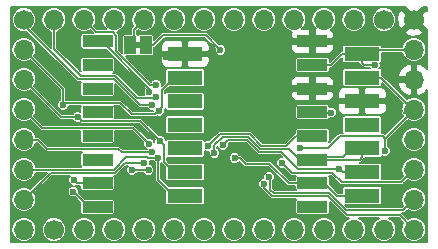
<source format=gbr>
G04 #@! TF.GenerationSoftware,KiCad,Pcbnew,5.0.0-rc2-unknown-a288d61~65~ubuntu18.04.1*
G04 #@! TF.CreationDate,2018-07-04T19:13:21+02:00*
G04 #@! TF.ProjectId,STM32_Sensor_V4,53544D33325F53656E736F725F56342E,rev?*
G04 #@! TF.SameCoordinates,Original*
G04 #@! TF.FileFunction,Copper,L2,Bot,Signal*
G04 #@! TF.FilePolarity,Positive*
%FSLAX46Y46*%
G04 Gerber Fmt 4.6, Leading zero omitted, Abs format (unit mm)*
G04 Created by KiCad (PCBNEW 5.0.0-rc2-unknown-a288d61~65~ubuntu18.04.1) date Wed Jul  4 19:13:21 2018*
%MOMM*%
%LPD*%
G01*
G04 APERTURE LIST*
G04 #@! TA.AperFunction,ComponentPad*
%ADD10O,1.700000X1.700000*%
G04 #@! TD*
G04 #@! TA.AperFunction,ComponentPad*
%ADD11C,1.700000*%
G04 #@! TD*
G04 #@! TA.AperFunction,SMDPad,CuDef*
%ADD12R,2.999740X1.198880*%
G04 #@! TD*
G04 #@! TA.AperFunction,SMDPad,CuDef*
%ADD13R,2.500000X1.000000*%
G04 #@! TD*
G04 #@! TA.AperFunction,SMDPad,CuDef*
%ADD14R,0.500000X0.600000*%
G04 #@! TD*
G04 #@! TA.AperFunction,SMDPad,CuDef*
%ADD15R,1.000000X1.500000*%
G04 #@! TD*
G04 #@! TA.AperFunction,ViaPad*
%ADD16C,0.600000*%
G04 #@! TD*
G04 #@! TA.AperFunction,Conductor*
%ADD17C,0.127000*%
G04 #@! TD*
G04 APERTURE END LIST*
D10*
G04 #@! TO.P,J1,8*
G04 #@! TO.N,PB0*
X128160000Y-109470000D03*
G04 #@! TO.P,J1,7*
G04 #@! TO.N,MOSI*
X128160000Y-106930000D03*
G04 #@! TO.P,J1,6*
G04 #@! TO.N,MISO*
X128160000Y-104390000D03*
G04 #@! TO.P,J1,5*
G04 #@! TO.N,SCK*
X128160000Y-101850000D03*
G04 #@! TO.P,J1,4*
G04 #@! TO.N,NSS*
X128160000Y-99310000D03*
G04 #@! TO.P,J1,3*
G04 #@! TO.N,PA3*
X128160000Y-96770000D03*
G04 #@! TO.P,J1,2*
G04 #@! TO.N,PA2*
X128160000Y-94230000D03*
D11*
G04 #@! TO.P,J1,1*
G04 #@! TO.N,PA1*
X128160000Y-91690000D03*
G04 #@! TD*
D10*
G04 #@! TO.P,J4,8*
G04 #@! TO.N,TX*
X161180000Y-109470000D03*
G04 #@! TO.P,J4,7*
G04 #@! TO.N,RX*
X161180000Y-106930000D03*
G04 #@! TO.P,J4,6*
G04 #@! TO.N,SWDIO*
X161180000Y-104390000D03*
G04 #@! TO.P,J4,5*
G04 #@! TO.N,SWDCLK*
X161180000Y-101850000D03*
G04 #@! TO.P,J4,4*
G04 #@! TO.N,+3V3*
X161180000Y-99310000D03*
G04 #@! TO.P,J4,3*
G04 #@! TO.N,GND*
X161180000Y-96770000D03*
G04 #@! TO.P,J4,2*
G04 #@! TO.N,ANT*
X161180000Y-94230000D03*
D11*
G04 #@! TO.P,J4,1*
G04 #@! TO.N,GND*
X161180000Y-91690000D03*
G04 #@! TD*
G04 #@! TO.P,J2,1*
G04 #@! TO.N,PB1*
X130700000Y-109470000D03*
D10*
G04 #@! TO.P,J2,2*
G04 #@! TO.N,PB2*
X133240000Y-109470000D03*
G04 #@! TO.P,J2,3*
G04 #@! TO.N,PB10*
X135780000Y-109470000D03*
G04 #@! TO.P,J2,4*
G04 #@! TO.N,PB11*
X138320000Y-109470000D03*
G04 #@! TO.P,J2,5*
G04 #@! TO.N,PB12*
X140860000Y-109470000D03*
G04 #@! TO.P,J2,6*
G04 #@! TO.N,PB13*
X143400000Y-109470000D03*
G04 #@! TO.P,J2,7*
G04 #@! TO.N,PB14*
X145940000Y-109470000D03*
G04 #@! TO.P,J2,8*
G04 #@! TO.N,PB15*
X148480000Y-109470000D03*
G04 #@! TO.P,J2,9*
G04 #@! TO.N,PA8*
X151020000Y-109470000D03*
G04 #@! TO.P,J2,10*
G04 #@! TO.N,PA11*
X153560000Y-109470000D03*
G04 #@! TO.P,J2,11*
G04 #@! TO.N,PA12*
X156100000Y-109470000D03*
G04 #@! TO.P,J2,12*
G04 #@! TO.N,+3V3*
X158640000Y-109470000D03*
G04 #@! TD*
D11*
G04 #@! TO.P,J3,1*
G04 #@! TO.N,PA15*
X158640000Y-91690000D03*
D10*
G04 #@! TO.P,J3,2*
G04 #@! TO.N,PB3*
X156100000Y-91690000D03*
G04 #@! TO.P,J3,3*
G04 #@! TO.N,PB4*
X153560000Y-91690000D03*
G04 #@! TO.P,J3,4*
G04 #@! TO.N,PB5*
X151020000Y-91690000D03*
G04 #@! TO.P,J3,5*
G04 #@! TO.N,PB6*
X148480000Y-91690000D03*
G04 #@! TO.P,J3,6*
G04 #@! TO.N,PB7*
X145940000Y-91690000D03*
G04 #@! TO.P,J3,7*
G04 #@! TO.N,PB8*
X143400000Y-91690000D03*
G04 #@! TO.P,J3,8*
G04 #@! TO.N,PB9*
X140860000Y-91690000D03*
G04 #@! TO.P,J3,9*
G04 #@! TO.N,VBAT*
X138320000Y-91690000D03*
G04 #@! TO.P,J3,10*
G04 #@! TO.N,PC13*
X135780000Y-91690000D03*
G04 #@! TO.P,J3,11*
G04 #@! TO.N,RST*
X133240000Y-91690000D03*
G04 #@! TO.P,J3,12*
G04 #@! TO.N,PA0*
X130700000Y-91690000D03*
G04 #@! TD*
D12*
G04 #@! TO.P,U2,1*
G04 #@! TO.N,ANT*
X156798080Y-94600520D03*
G04 #@! TO.P,U2,2*
G04 #@! TO.N,+3V3*
X156798080Y-96602040D03*
G04 #@! TO.P,U2,3*
G04 #@! TO.N,GND*
X156798080Y-98601020D03*
G04 #@! TO.P,U2,4*
G04 #@! TO.N,Net-(U2-Pad4)*
X156798080Y-100600000D03*
G04 #@! TO.P,U2,5*
G04 #@! TO.N,MOSI*
X156798080Y-102598980D03*
G04 #@! TO.P,U2,6*
G04 #@! TO.N,SCK*
X156798080Y-104597960D03*
G04 #@! TO.P,U2,7*
G04 #@! TO.N,NSS*
X156798080Y-106599480D03*
G04 #@! TO.P,U2,8*
G04 #@! TO.N,MISO*
X141801920Y-106599480D03*
G04 #@! TO.P,U2,9*
G04 #@! TO.N,PA3*
X141801920Y-104597960D03*
G04 #@! TO.P,U2,10*
G04 #@! TO.N,Net-(U2-Pad10)*
X141801920Y-102598980D03*
G04 #@! TO.P,U2,11*
G04 #@! TO.N,Net-(U2-Pad11)*
X141801920Y-100600000D03*
G04 #@! TO.P,U2,12*
G04 #@! TO.N,Net-(U2-Pad12)*
X141801920Y-98601020D03*
G04 #@! TO.P,U2,13*
G04 #@! TO.N,PA2*
X141801920Y-96602040D03*
G04 #@! TO.P,U2,14*
G04 #@! TO.N,GND*
X141801920Y-94600520D03*
G04 #@! TD*
D13*
G04 #@! TO.P,U3,16*
G04 #@! TO.N,N/C*
X152590000Y-107540000D03*
G04 #@! TO.P,U3,15*
G04 #@! TO.N,NSS*
X152590000Y-105540000D03*
G04 #@! TO.P,U3,14*
G04 #@! TO.N,MOSI*
X152590000Y-103540000D03*
G04 #@! TO.P,U3,13*
G04 #@! TO.N,MISO*
X152590000Y-101540000D03*
G04 #@! TO.P,U3,12*
G04 #@! TO.N,SCK*
X152590000Y-99540000D03*
G04 #@! TO.P,U3,11*
G04 #@! TO.N,GND*
X152590000Y-97540000D03*
G04 #@! TO.P,U3,10*
G04 #@! TO.N,ANT*
X152590000Y-95540000D03*
G04 #@! TO.P,U3,9*
G04 #@! TO.N,GND*
X152590000Y-93540000D03*
G04 #@! TO.P,U3,8*
G04 #@! TO.N,+3V3*
X134390000Y-93540000D03*
G04 #@! TO.P,U3,7*
G04 #@! TO.N,Net-(U3-Pad7)*
X134390000Y-95540000D03*
G04 #@! TO.P,U3,6*
G04 #@! TO.N,Net-(U3-Pad6)*
X134390000Y-97540000D03*
G04 #@! TO.P,U3,5*
G04 #@! TO.N,Net-(U3-Pad5)*
X134390000Y-99540000D03*
G04 #@! TO.P,U3,4*
G04 #@! TO.N,Net-(U3-Pad4)*
X134390000Y-101540000D03*
G04 #@! TO.P,U3,3*
G04 #@! TO.N,Net-(U3-Pad3)*
X134390000Y-103540000D03*
G04 #@! TO.P,U3,2*
G04 #@! TO.N,PA3*
X134390000Y-105540000D03*
G04 #@! TO.P,U3,1*
G04 #@! TO.N,PA2*
X134390000Y-107540000D03*
G04 #@! TD*
D14*
G04 #@! TO.P,JP1,1*
G04 #@! TO.N,VBAT*
X137820000Y-93870000D03*
D15*
G04 #@! TO.P,JP1,2*
G04 #@! TO.N,Net-(C7-Pad2)*
X138470000Y-93870000D03*
G04 #@! TO.P,JP1,1*
G04 #@! TO.N,VBAT*
X137170000Y-93870000D03*
G04 #@! TD*
D16*
G04 #@! TO.N,GND*
X140180000Y-94870000D03*
X148250000Y-101250000D03*
X146850000Y-99000000D03*
X149350000Y-94800000D03*
X145630000Y-100620000D03*
X144850000Y-103690000D03*
X139928682Y-107406108D03*
X139080000Y-105870000D03*
X145210000Y-95350000D03*
X137414000Y-102362000D03*
G04 #@! TO.N,+3V3*
X158724966Y-102820000D03*
X151520000Y-102580000D03*
X138780000Y-97840000D03*
G04 #@! TO.N,SWDIO*
X150020236Y-103836944D03*
G04 #@! TO.N,RX*
X148892004Y-105013641D03*
G04 #@! TO.N,TX*
X148470698Y-105606133D03*
G04 #@! TO.N,PB0*
X138713748Y-104441312D03*
X137292853Y-104416540D03*
G04 #@! TO.N,PA1*
X139033156Y-98939183D03*
G04 #@! TO.N,PA0*
X139353648Y-98286626D03*
G04 #@! TO.N,MOSI*
X138330000Y-103810000D03*
X144292508Y-102989097D03*
G04 #@! TO.N,MISO*
X139536838Y-103424500D03*
X143728792Y-102390000D03*
G04 #@! TO.N,SCK*
X138989987Y-102933673D03*
X145001453Y-102310249D03*
X154860000Y-104370000D03*
X154190000Y-99560000D03*
G04 #@! TO.N,NSS*
X138750000Y-102200000D03*
X145990000Y-103410000D03*
G04 #@! TO.N,RST*
X139350000Y-97200000D03*
G04 #@! TO.N,PA2*
X139585606Y-99411777D03*
X132340000Y-106260000D03*
X131489998Y-98900000D03*
G04 #@! TO.N,PA3*
X139702589Y-101949394D03*
X132387011Y-105284557D03*
X132712986Y-99920000D03*
G04 #@! TO.N,Net-(C7-Pad2)*
X144800000Y-94250000D03*
G04 #@! TO.N,ANT*
X157860000Y-95501011D03*
G04 #@! TD*
D17*
G04 #@! TO.N,+3V3*
X161180000Y-99310000D02*
X158724966Y-101765034D01*
X158724966Y-101765034D02*
X158724966Y-102820000D01*
X158392040Y-96602040D02*
X156798080Y-96602040D01*
X161180000Y-99310000D02*
X161100000Y-99310000D01*
X161100000Y-99310000D02*
X158392040Y-96602040D01*
X161180000Y-99310000D02*
X160610000Y-99310000D01*
X160610000Y-99310000D02*
X160350000Y-99570000D01*
X134780000Y-93540000D02*
X134390000Y-93540000D01*
X138780000Y-97840000D02*
X138780000Y-97540000D01*
X138780000Y-97540000D02*
X134780000Y-93540000D01*
X151520000Y-102580000D02*
X153890000Y-102580000D01*
X153890000Y-102580000D02*
X154900000Y-101570000D01*
X158529932Y-101570000D02*
X158724966Y-101765034D01*
X154900000Y-101570000D02*
X158529932Y-101570000D01*
G04 #@! TO.N,SWDIO*
X150843292Y-104660000D02*
X150020236Y-103836944D01*
X155070000Y-105480000D02*
X154250000Y-104660000D01*
X160090000Y-105480000D02*
X155070000Y-105480000D01*
X154250000Y-104660000D02*
X150843292Y-104660000D01*
X161180000Y-104390000D02*
X160090000Y-105480000D01*
G04 #@! TO.N,RX*
X160280000Y-107830000D02*
X155430000Y-107830000D01*
X161180000Y-106930000D02*
X160280000Y-107830000D01*
X155430000Y-107830000D02*
X153980000Y-106380000D01*
X153980000Y-106380000D02*
X149300000Y-106380000D01*
X149010000Y-105131637D02*
X148892004Y-105013641D01*
X149300000Y-106380000D02*
X149010000Y-106090000D01*
X149010000Y-106090000D02*
X149010000Y-105131637D01*
G04 #@! TO.N,TX*
X148470698Y-105910698D02*
X148470698Y-105606133D01*
X161180000Y-109470000D02*
X159980000Y-108270000D01*
X153880000Y-106640000D02*
X155510000Y-108270000D01*
X149200000Y-106640000D02*
X153880000Y-106640000D01*
X159980000Y-108270000D02*
X155510000Y-108270000D01*
X149200000Y-106640000D02*
X148470698Y-105910698D01*
G04 #@! TO.N,PB0*
X137317625Y-104441312D02*
X137292853Y-104416540D01*
X138713748Y-104441312D02*
X137317625Y-104441312D01*
G04 #@! TO.N,PA1*
X138009183Y-98939183D02*
X139033156Y-98939183D01*
X135800000Y-96730000D02*
X138009183Y-98939183D01*
X128160000Y-92150000D02*
X132740000Y-96730000D01*
X128160000Y-91690000D02*
X128160000Y-92150000D01*
X132740000Y-96730000D02*
X135800000Y-96730000D01*
G04 #@! TO.N,PA0*
X137759725Y-98330501D02*
X139309773Y-98330501D01*
X135899224Y-96470000D02*
X137759725Y-98330501D01*
X139309773Y-98330501D02*
X139353648Y-98286626D01*
X132980000Y-96470000D02*
X135899224Y-96470000D01*
X130700000Y-94190000D02*
X132980000Y-96470000D01*
X130700000Y-91690000D02*
X130700000Y-94190000D01*
G04 #@! TO.N,MOSI*
X156573500Y-103550000D02*
X153600000Y-103550000D01*
X156798080Y-103325420D02*
X156573500Y-103550000D01*
X156798080Y-102598980D02*
X156798080Y-103325420D01*
X144988016Y-101630000D02*
X144292508Y-102325508D01*
X147160776Y-101630000D02*
X144988016Y-101630000D01*
X155897650Y-102598980D02*
X155171210Y-103325420D01*
X151320129Y-103325420D02*
X150628776Y-102634067D01*
X156798080Y-102598980D02*
X155897650Y-102598980D01*
X155171210Y-103325420D02*
X151320129Y-103325420D01*
X144292508Y-102325508D02*
X144292508Y-102989097D01*
X150628776Y-102634067D02*
X148164843Y-102634067D01*
X148164843Y-102634067D02*
X147160776Y-101630000D01*
X129009999Y-106080001D02*
X128160000Y-106930000D01*
X130441989Y-104648011D02*
X129009999Y-106080001D01*
X135861989Y-104648011D02*
X130441989Y-104648011D01*
X138330000Y-103810000D02*
X136700000Y-103810000D01*
X136700000Y-103810000D02*
X135861989Y-104648011D01*
G04 #@! TO.N,MISO*
X139536838Y-105234828D02*
X139536838Y-103424500D01*
X140901490Y-106599480D02*
X139536838Y-105234828D01*
X141801920Y-106599480D02*
X140901490Y-106599480D01*
X144748792Y-101370000D02*
X143728792Y-102390000D01*
X147260000Y-101370000D02*
X144748792Y-101370000D01*
X150383000Y-102370000D02*
X148260000Y-102370000D01*
X148260000Y-102370000D02*
X147260000Y-101370000D01*
X152590000Y-101540000D02*
X151213000Y-101540000D01*
X151213000Y-101540000D02*
X150383000Y-102370000D01*
X138670442Y-103424500D02*
X139536838Y-103424500D01*
X138565441Y-103319499D02*
X138670442Y-103424500D01*
X136820501Y-103319499D02*
X138565441Y-103319499D01*
X135750000Y-104390000D02*
X136820501Y-103319499D01*
X128160000Y-104390000D02*
X135750000Y-104390000D01*
G04 #@! TO.N,SCK*
X156798080Y-104597960D02*
X155171210Y-104597960D01*
X155171210Y-104597960D02*
X154943250Y-104370000D01*
X154943250Y-104370000D02*
X154860000Y-104370000D01*
X152610000Y-99560000D02*
X152590000Y-99540000D01*
X154190000Y-99560000D02*
X152610000Y-99560000D01*
X136422897Y-102933673D02*
X138989987Y-102933673D01*
X130128081Y-102616000D02*
X136105224Y-102616000D01*
X128160000Y-101850000D02*
X129362081Y-101850000D01*
X136105224Y-102616000D02*
X136422897Y-102933673D01*
X129362081Y-101850000D02*
X130128081Y-102616000D01*
X145427488Y-101884214D02*
X145001453Y-102310249D01*
X147055765Y-101884214D02*
X145427488Y-101884214D01*
X149910000Y-102900000D02*
X148071551Y-102900000D01*
X148071551Y-102900000D02*
X147055765Y-101884214D01*
X154860000Y-104370000D02*
X151380000Y-104370000D01*
X151380000Y-104370000D02*
X149910000Y-102900000D01*
G04 #@! TO.N,NSS*
X156798080Y-106599480D02*
X154649480Y-106599480D01*
X154649480Y-106599480D02*
X153600000Y-105550000D01*
X137399499Y-100849499D02*
X138750000Y-102200000D01*
X128160000Y-99310000D02*
X129699499Y-100849499D01*
X129699499Y-100849499D02*
X137399499Y-100849499D01*
X146414264Y-103410000D02*
X145990000Y-103410000D01*
X148950000Y-103920000D02*
X146924264Y-103920000D01*
X152590000Y-105540000D02*
X150570000Y-105540000D01*
X146924264Y-103920000D02*
X146414264Y-103410000D01*
X150570000Y-105540000D02*
X148950000Y-103920000D01*
G04 #@! TO.N,RST*
X134089999Y-92539999D02*
X133240000Y-91690000D01*
X138800000Y-97200000D02*
X135982902Y-94382902D01*
X139350000Y-97200000D02*
X138800000Y-97200000D01*
X135673403Y-92730501D02*
X134280501Y-92730501D01*
X135982902Y-94382902D02*
X135982902Y-93040000D01*
X135982902Y-93040000D02*
X135673403Y-92730501D01*
X134280501Y-92730501D02*
X134089999Y-92539999D01*
G04 #@! TO.N,PA2*
X140901490Y-96602040D02*
X139890921Y-97612609D01*
X139890921Y-99106462D02*
X139585606Y-99411777D01*
X139890921Y-97612609D02*
X139890921Y-99106462D01*
X141801920Y-96602040D02*
X140901490Y-96602040D01*
X133640000Y-107540000D02*
X132360000Y-106260000D01*
X132360000Y-106260000D02*
X132340000Y-106260000D01*
X134390000Y-107540000D02*
X133640000Y-107540000D01*
X128160000Y-94230000D02*
X128160000Y-94430000D01*
X131489998Y-97559998D02*
X131489998Y-98900000D01*
X128160000Y-94230000D02*
X131489998Y-97559998D01*
X131659998Y-98730000D02*
X131489998Y-98900000D01*
X137273676Y-99711776D02*
X136291900Y-98730000D01*
X139585606Y-99411777D02*
X139285607Y-99711776D01*
X136291900Y-98730000D02*
X131659998Y-98730000D01*
X139285607Y-99711776D02*
X137273676Y-99711776D01*
G04 #@! TO.N,PA3*
X140027340Y-102274145D02*
X139702589Y-101949394D01*
X141801920Y-104597960D02*
X140901490Y-104597960D01*
X140901490Y-104597960D02*
X140027340Y-103723810D01*
X140027340Y-103723810D02*
X140027340Y-102274145D01*
X134390000Y-105540000D02*
X132642454Y-105540000D01*
X132642454Y-105540000D02*
X132387011Y-105284557D01*
X133032985Y-100239999D02*
X133012985Y-100219999D01*
X133012985Y-100219999D02*
X132712986Y-99920000D01*
X137993194Y-100239999D02*
X133032985Y-100239999D01*
X139702589Y-101949394D02*
X137993194Y-100239999D01*
X132288722Y-99920000D02*
X132712986Y-99920000D01*
X131310000Y-99920000D02*
X132288722Y-99920000D01*
X128160000Y-96770000D02*
X131310000Y-99920000D01*
G04 #@! TO.N,VBAT*
X137470001Y-93569999D02*
X137171063Y-93868937D01*
X137470001Y-92539999D02*
X137470001Y-93569999D01*
X138320000Y-91690000D02*
X137470001Y-92539999D01*
X137170000Y-93870000D02*
X137779499Y-93870000D01*
G04 #@! TO.N,Net-(C7-Pad2)*
X143543000Y-92993000D02*
X144800000Y-94250000D01*
X139974000Y-92993000D02*
X143543000Y-92993000D01*
X139097000Y-93870000D02*
X139974000Y-92993000D01*
X138470000Y-93870000D02*
X139097000Y-93870000D01*
G04 #@! TO.N,ANT*
X157168600Y-94230000D02*
X156798080Y-94600520D01*
X161180000Y-94230000D02*
X157168600Y-94230000D01*
X157300520Y-94600520D02*
X156798080Y-94600520D01*
X156972131Y-95501011D02*
X157860000Y-95501011D01*
X156798080Y-95326960D02*
X156972131Y-95501011D01*
X156798080Y-95326960D02*
X156798080Y-94600520D01*
X152590000Y-95540000D02*
X154160000Y-95540000D01*
X155099480Y-94600520D02*
X156798080Y-94600520D01*
X154160000Y-95540000D02*
X155099480Y-94600520D01*
G04 #@! TD*
G04 #@! TO.N,GND*
G36*
X160400761Y-90641353D02*
X161180000Y-91420592D01*
X161959239Y-90641353D01*
X161947291Y-90611000D01*
X162259000Y-90611000D01*
X162259000Y-90922709D01*
X162228647Y-90910761D01*
X161449408Y-91690000D01*
X162228647Y-92469239D01*
X162259000Y-92457291D01*
X162259000Y-95887054D01*
X162078468Y-95668428D01*
X161588523Y-95408451D01*
X161370500Y-95504182D01*
X161370500Y-96579500D01*
X161390500Y-96579500D01*
X161390500Y-96960500D01*
X161370500Y-96960500D01*
X161370500Y-98035818D01*
X161588523Y-98131549D01*
X162078468Y-97871572D01*
X162259000Y-97652946D01*
X162259001Y-110549000D01*
X127081000Y-110549000D01*
X127081000Y-109470000D01*
X127099116Y-109470000D01*
X127179871Y-109875983D01*
X127409842Y-110220158D01*
X127754017Y-110450129D01*
X128057523Y-110510500D01*
X128262477Y-110510500D01*
X128565983Y-110450129D01*
X128910158Y-110220158D01*
X129140129Y-109875983D01*
X129220884Y-109470000D01*
X129179716Y-109263032D01*
X129659500Y-109263032D01*
X129659500Y-109676968D01*
X129817906Y-110059396D01*
X130110604Y-110352094D01*
X130493032Y-110510500D01*
X130906968Y-110510500D01*
X131289396Y-110352094D01*
X131582094Y-110059396D01*
X131740500Y-109676968D01*
X131740500Y-109470000D01*
X132179116Y-109470000D01*
X132259871Y-109875983D01*
X132489842Y-110220158D01*
X132834017Y-110450129D01*
X133137523Y-110510500D01*
X133342477Y-110510500D01*
X133645983Y-110450129D01*
X133990158Y-110220158D01*
X134220129Y-109875983D01*
X134300884Y-109470000D01*
X134719116Y-109470000D01*
X134799871Y-109875983D01*
X135029842Y-110220158D01*
X135374017Y-110450129D01*
X135677523Y-110510500D01*
X135882477Y-110510500D01*
X136185983Y-110450129D01*
X136530158Y-110220158D01*
X136760129Y-109875983D01*
X136840884Y-109470000D01*
X137259116Y-109470000D01*
X137339871Y-109875983D01*
X137569842Y-110220158D01*
X137914017Y-110450129D01*
X138217523Y-110510500D01*
X138422477Y-110510500D01*
X138725983Y-110450129D01*
X139070158Y-110220158D01*
X139300129Y-109875983D01*
X139380884Y-109470000D01*
X139799116Y-109470000D01*
X139879871Y-109875983D01*
X140109842Y-110220158D01*
X140454017Y-110450129D01*
X140757523Y-110510500D01*
X140962477Y-110510500D01*
X141265983Y-110450129D01*
X141610158Y-110220158D01*
X141840129Y-109875983D01*
X141920884Y-109470000D01*
X142339116Y-109470000D01*
X142419871Y-109875983D01*
X142649842Y-110220158D01*
X142994017Y-110450129D01*
X143297523Y-110510500D01*
X143502477Y-110510500D01*
X143805983Y-110450129D01*
X144150158Y-110220158D01*
X144380129Y-109875983D01*
X144460884Y-109470000D01*
X144879116Y-109470000D01*
X144959871Y-109875983D01*
X145189842Y-110220158D01*
X145534017Y-110450129D01*
X145837523Y-110510500D01*
X146042477Y-110510500D01*
X146345983Y-110450129D01*
X146690158Y-110220158D01*
X146920129Y-109875983D01*
X147000884Y-109470000D01*
X147419116Y-109470000D01*
X147499871Y-109875983D01*
X147729842Y-110220158D01*
X148074017Y-110450129D01*
X148377523Y-110510500D01*
X148582477Y-110510500D01*
X148885983Y-110450129D01*
X149230158Y-110220158D01*
X149460129Y-109875983D01*
X149540884Y-109470000D01*
X149959116Y-109470000D01*
X150039871Y-109875983D01*
X150269842Y-110220158D01*
X150614017Y-110450129D01*
X150917523Y-110510500D01*
X151122477Y-110510500D01*
X151425983Y-110450129D01*
X151770158Y-110220158D01*
X152000129Y-109875983D01*
X152080884Y-109470000D01*
X152499116Y-109470000D01*
X152579871Y-109875983D01*
X152809842Y-110220158D01*
X153154017Y-110450129D01*
X153457523Y-110510500D01*
X153662477Y-110510500D01*
X153965983Y-110450129D01*
X154310158Y-110220158D01*
X154540129Y-109875983D01*
X154620884Y-109470000D01*
X154540129Y-109064017D01*
X154310158Y-108719842D01*
X153965983Y-108489871D01*
X153662477Y-108429500D01*
X153457523Y-108429500D01*
X153154017Y-108489871D01*
X152809842Y-108719842D01*
X152579871Y-109064017D01*
X152499116Y-109470000D01*
X152080884Y-109470000D01*
X152000129Y-109064017D01*
X151770158Y-108719842D01*
X151425983Y-108489871D01*
X151122477Y-108429500D01*
X150917523Y-108429500D01*
X150614017Y-108489871D01*
X150269842Y-108719842D01*
X150039871Y-109064017D01*
X149959116Y-109470000D01*
X149540884Y-109470000D01*
X149460129Y-109064017D01*
X149230158Y-108719842D01*
X148885983Y-108489871D01*
X148582477Y-108429500D01*
X148377523Y-108429500D01*
X148074017Y-108489871D01*
X147729842Y-108719842D01*
X147499871Y-109064017D01*
X147419116Y-109470000D01*
X147000884Y-109470000D01*
X146920129Y-109064017D01*
X146690158Y-108719842D01*
X146345983Y-108489871D01*
X146042477Y-108429500D01*
X145837523Y-108429500D01*
X145534017Y-108489871D01*
X145189842Y-108719842D01*
X144959871Y-109064017D01*
X144879116Y-109470000D01*
X144460884Y-109470000D01*
X144380129Y-109064017D01*
X144150158Y-108719842D01*
X143805983Y-108489871D01*
X143502477Y-108429500D01*
X143297523Y-108429500D01*
X142994017Y-108489871D01*
X142649842Y-108719842D01*
X142419871Y-109064017D01*
X142339116Y-109470000D01*
X141920884Y-109470000D01*
X141840129Y-109064017D01*
X141610158Y-108719842D01*
X141265983Y-108489871D01*
X140962477Y-108429500D01*
X140757523Y-108429500D01*
X140454017Y-108489871D01*
X140109842Y-108719842D01*
X139879871Y-109064017D01*
X139799116Y-109470000D01*
X139380884Y-109470000D01*
X139300129Y-109064017D01*
X139070158Y-108719842D01*
X138725983Y-108489871D01*
X138422477Y-108429500D01*
X138217523Y-108429500D01*
X137914017Y-108489871D01*
X137569842Y-108719842D01*
X137339871Y-109064017D01*
X137259116Y-109470000D01*
X136840884Y-109470000D01*
X136760129Y-109064017D01*
X136530158Y-108719842D01*
X136185983Y-108489871D01*
X135882477Y-108429500D01*
X135677523Y-108429500D01*
X135374017Y-108489871D01*
X135029842Y-108719842D01*
X134799871Y-109064017D01*
X134719116Y-109470000D01*
X134300884Y-109470000D01*
X134220129Y-109064017D01*
X133990158Y-108719842D01*
X133645983Y-108489871D01*
X133342477Y-108429500D01*
X133137523Y-108429500D01*
X132834017Y-108489871D01*
X132489842Y-108719842D01*
X132259871Y-109064017D01*
X132179116Y-109470000D01*
X131740500Y-109470000D01*
X131740500Y-109263032D01*
X131582094Y-108880604D01*
X131289396Y-108587906D01*
X130906968Y-108429500D01*
X130493032Y-108429500D01*
X130110604Y-108587906D01*
X129817906Y-108880604D01*
X129659500Y-109263032D01*
X129179716Y-109263032D01*
X129140129Y-109064017D01*
X128910158Y-108719842D01*
X128565983Y-108489871D01*
X128262477Y-108429500D01*
X128057523Y-108429500D01*
X127754017Y-108489871D01*
X127409842Y-108719842D01*
X127179871Y-109064017D01*
X127099116Y-109470000D01*
X127081000Y-109470000D01*
X127081000Y-94230000D01*
X127099116Y-94230000D01*
X127179871Y-94635983D01*
X127409842Y-94980158D01*
X127754017Y-95210129D01*
X128057523Y-95270500D01*
X128262477Y-95270500D01*
X128565983Y-95210129D01*
X128694828Y-95124037D01*
X131235998Y-97665208D01*
X131235999Y-98474297D01*
X131212152Y-98484175D01*
X131074173Y-98622154D01*
X130999498Y-98802434D01*
X130999498Y-98997566D01*
X131074173Y-99177846D01*
X131212152Y-99315825D01*
X131392432Y-99390500D01*
X131587564Y-99390500D01*
X131767844Y-99315825D01*
X131905823Y-99177846D01*
X131980498Y-98997566D01*
X131980498Y-98984000D01*
X132956907Y-98984000D01*
X132945768Y-99040000D01*
X132945768Y-99485509D01*
X132810552Y-99429500D01*
X132615420Y-99429500D01*
X132435140Y-99504175D01*
X132297161Y-99642154D01*
X132287284Y-99666000D01*
X131415211Y-99666000D01*
X129054037Y-97304828D01*
X129140129Y-97175983D01*
X129220884Y-96770000D01*
X129140129Y-96364017D01*
X128910158Y-96019842D01*
X128565983Y-95789871D01*
X128262477Y-95729500D01*
X128057523Y-95729500D01*
X127754017Y-95789871D01*
X127409842Y-96019842D01*
X127179871Y-96364017D01*
X127099116Y-96770000D01*
X127179871Y-97175983D01*
X127409842Y-97520158D01*
X127754017Y-97750129D01*
X128057523Y-97810500D01*
X128262477Y-97810500D01*
X128565983Y-97750129D01*
X128694828Y-97664037D01*
X131112706Y-100081917D01*
X131126876Y-100103124D01*
X131148083Y-100117294D01*
X131148084Y-100117295D01*
X131210894Y-100159263D01*
X131310000Y-100178976D01*
X131335017Y-100174000D01*
X132287284Y-100174000D01*
X132297161Y-100197846D01*
X132435140Y-100335825D01*
X132615420Y-100410500D01*
X132810552Y-100410500D01*
X132834398Y-100400623D01*
X132835691Y-100401916D01*
X132849861Y-100423123D01*
X132933879Y-100479262D01*
X133007968Y-100493999D01*
X133007969Y-100493999D01*
X133032984Y-100498975D01*
X133057999Y-100493999D01*
X137887985Y-100493999D01*
X139221966Y-101827982D01*
X139212089Y-101851828D01*
X139212089Y-102033844D01*
X139165825Y-101922154D01*
X139027846Y-101784175D01*
X138847566Y-101709500D01*
X138652434Y-101709500D01*
X138628587Y-101719378D01*
X137596797Y-100687588D01*
X137582623Y-100666375D01*
X137498605Y-100610236D01*
X137424516Y-100595499D01*
X137424515Y-100595499D01*
X137399499Y-100590523D01*
X137374483Y-100595499D01*
X129804709Y-100595499D01*
X129054037Y-99844828D01*
X129140129Y-99715983D01*
X129220884Y-99310000D01*
X129140129Y-98904017D01*
X128910158Y-98559842D01*
X128565983Y-98329871D01*
X128262477Y-98269500D01*
X128057523Y-98269500D01*
X127754017Y-98329871D01*
X127409842Y-98559842D01*
X127179871Y-98904017D01*
X127099116Y-99310000D01*
X127179871Y-99715983D01*
X127409842Y-100060158D01*
X127754017Y-100290129D01*
X128057523Y-100350500D01*
X128262477Y-100350500D01*
X128565983Y-100290129D01*
X128694828Y-100204037D01*
X129502203Y-101011413D01*
X129516375Y-101032623D01*
X129600393Y-101088762D01*
X129674482Y-101103499D01*
X129674483Y-101103499D01*
X129699498Y-101108475D01*
X129724513Y-101103499D01*
X132945768Y-101103499D01*
X132945768Y-102040000D01*
X132960553Y-102114329D01*
X133002657Y-102177343D01*
X133065671Y-102219447D01*
X133140000Y-102234232D01*
X135640000Y-102234232D01*
X135714329Y-102219447D01*
X135777343Y-102177343D01*
X135819447Y-102114329D01*
X135834232Y-102040000D01*
X135834232Y-101103499D01*
X137294290Y-101103499D01*
X138269378Y-102078587D01*
X138259500Y-102102434D01*
X138259500Y-102297566D01*
X138334175Y-102477846D01*
X138472154Y-102615825D01*
X138573366Y-102657749D01*
X138564285Y-102679673D01*
X136528107Y-102679673D01*
X136302522Y-102454089D01*
X136288348Y-102432876D01*
X136204330Y-102376737D01*
X136130241Y-102362000D01*
X136130240Y-102362000D01*
X136105224Y-102357024D01*
X136080208Y-102362000D01*
X130233292Y-102362000D01*
X129559379Y-101688089D01*
X129545205Y-101666876D01*
X129461187Y-101610737D01*
X129387098Y-101596000D01*
X129387097Y-101596000D01*
X129362081Y-101591024D01*
X129337065Y-101596000D01*
X129170360Y-101596000D01*
X129140129Y-101444017D01*
X128910158Y-101099842D01*
X128565983Y-100869871D01*
X128262477Y-100809500D01*
X128057523Y-100809500D01*
X127754017Y-100869871D01*
X127409842Y-101099842D01*
X127179871Y-101444017D01*
X127099116Y-101850000D01*
X127179871Y-102255983D01*
X127409842Y-102600158D01*
X127754017Y-102830129D01*
X128057523Y-102890500D01*
X128262477Y-102890500D01*
X128565983Y-102830129D01*
X128910158Y-102600158D01*
X129140129Y-102255983D01*
X129170360Y-102104000D01*
X129256872Y-102104000D01*
X129930787Y-102777917D01*
X129944957Y-102799124D01*
X129966164Y-102813294D01*
X129966165Y-102813295D01*
X130028975Y-102855263D01*
X130128081Y-102874976D01*
X130153098Y-102870000D01*
X133051532Y-102870000D01*
X133002657Y-102902657D01*
X132960553Y-102965671D01*
X132945768Y-103040000D01*
X132945768Y-104040000D01*
X132960553Y-104114329D01*
X132975033Y-104136000D01*
X129170360Y-104136000D01*
X129140129Y-103984017D01*
X128910158Y-103639842D01*
X128565983Y-103409871D01*
X128262477Y-103349500D01*
X128057523Y-103349500D01*
X127754017Y-103409871D01*
X127409842Y-103639842D01*
X127179871Y-103984017D01*
X127099116Y-104390000D01*
X127179871Y-104795983D01*
X127409842Y-105140158D01*
X127754017Y-105370129D01*
X128057523Y-105430500D01*
X128262477Y-105430500D01*
X128565983Y-105370129D01*
X128910158Y-105140158D01*
X129140129Y-104795983D01*
X129170360Y-104644000D01*
X130086789Y-104644000D01*
X128848086Y-105882705D01*
X128848083Y-105882707D01*
X128694828Y-106035962D01*
X128565983Y-105949871D01*
X128262477Y-105889500D01*
X128057523Y-105889500D01*
X127754017Y-105949871D01*
X127409842Y-106179842D01*
X127179871Y-106524017D01*
X127099116Y-106930000D01*
X127179871Y-107335983D01*
X127409842Y-107680158D01*
X127754017Y-107910129D01*
X128057523Y-107970500D01*
X128262477Y-107970500D01*
X128565983Y-107910129D01*
X128910158Y-107680158D01*
X129140129Y-107335983D01*
X129220884Y-106930000D01*
X129140129Y-106524017D01*
X129054038Y-106395172D01*
X129207293Y-106241917D01*
X129207295Y-106241914D01*
X130547200Y-104902011D01*
X132075886Y-104902011D01*
X131971186Y-105006711D01*
X131896511Y-105186991D01*
X131896511Y-105382123D01*
X131971186Y-105562403D01*
X132109165Y-105700382D01*
X132276029Y-105769500D01*
X132242434Y-105769500D01*
X132062154Y-105844175D01*
X131924175Y-105982154D01*
X131849500Y-106162434D01*
X131849500Y-106357566D01*
X131924175Y-106537846D01*
X132062154Y-106675825D01*
X132242434Y-106750500D01*
X132437566Y-106750500D01*
X132475555Y-106734764D01*
X132945768Y-107204978D01*
X132945768Y-108040000D01*
X132960553Y-108114329D01*
X133002657Y-108177343D01*
X133065671Y-108219447D01*
X133140000Y-108234232D01*
X135640000Y-108234232D01*
X135714329Y-108219447D01*
X135777343Y-108177343D01*
X135819447Y-108114329D01*
X135834232Y-108040000D01*
X135834232Y-107040000D01*
X135819447Y-106965671D01*
X135777343Y-106902657D01*
X135714329Y-106860553D01*
X135640000Y-106845768D01*
X133304978Y-106845768D01*
X132826480Y-106367271D01*
X132830500Y-106357566D01*
X132830500Y-106162434D01*
X132755825Y-105982154D01*
X132617846Y-105844175D01*
X132450982Y-105775057D01*
X132484577Y-105775057D01*
X132516971Y-105761639D01*
X132528737Y-105769500D01*
X132543348Y-105779263D01*
X132642454Y-105798976D01*
X132667470Y-105794000D01*
X132945768Y-105794000D01*
X132945768Y-106040000D01*
X132960553Y-106114329D01*
X133002657Y-106177343D01*
X133065671Y-106219447D01*
X133140000Y-106234232D01*
X135640000Y-106234232D01*
X135714329Y-106219447D01*
X135777343Y-106177343D01*
X135819447Y-106114329D01*
X135834232Y-106040000D01*
X135834232Y-105040000D01*
X135819447Y-104965671D01*
X135777343Y-104902657D01*
X135776376Y-104902011D01*
X135836973Y-104902011D01*
X135861989Y-104906987D01*
X135887005Y-104902011D01*
X135887006Y-104902011D01*
X135961095Y-104887274D01*
X136045113Y-104831135D01*
X136059287Y-104809922D01*
X136805211Y-104064000D01*
X136951722Y-104064000D01*
X136877028Y-104138694D01*
X136802353Y-104318974D01*
X136802353Y-104514106D01*
X136877028Y-104694386D01*
X137015007Y-104832365D01*
X137195287Y-104907040D01*
X137390419Y-104907040D01*
X137570699Y-104832365D01*
X137707752Y-104695312D01*
X138288046Y-104695312D01*
X138297923Y-104719158D01*
X138435902Y-104857137D01*
X138616182Y-104931812D01*
X138811314Y-104931812D01*
X138991594Y-104857137D01*
X139129573Y-104719158D01*
X139204248Y-104538878D01*
X139204248Y-104343746D01*
X139129573Y-104163466D01*
X138991594Y-104025487D01*
X138811314Y-103950812D01*
X138802587Y-103950812D01*
X138820500Y-103907566D01*
X138820500Y-103712434D01*
X138806444Y-103678500D01*
X139111136Y-103678500D01*
X139121013Y-103702346D01*
X139258992Y-103840325D01*
X139282839Y-103850203D01*
X139282838Y-105209812D01*
X139277862Y-105234828D01*
X139294422Y-105318084D01*
X139297575Y-105333933D01*
X139353714Y-105417952D01*
X139374927Y-105432126D01*
X140107818Y-106165018D01*
X140107818Y-107198920D01*
X140122603Y-107273249D01*
X140164707Y-107336263D01*
X140227721Y-107378367D01*
X140302050Y-107393152D01*
X143301790Y-107393152D01*
X143376119Y-107378367D01*
X143439133Y-107336263D01*
X143481237Y-107273249D01*
X143496022Y-107198920D01*
X143496022Y-106000040D01*
X143481237Y-105925711D01*
X143439133Y-105862697D01*
X143376119Y-105820593D01*
X143301790Y-105805808D01*
X140467028Y-105805808D01*
X139790838Y-105129619D01*
X139790838Y-103850202D01*
X139802956Y-103845183D01*
X139844216Y-103906934D01*
X139865429Y-103921108D01*
X140107818Y-104163497D01*
X140107818Y-105197400D01*
X140122603Y-105271729D01*
X140164707Y-105334743D01*
X140227721Y-105376847D01*
X140302050Y-105391632D01*
X143301790Y-105391632D01*
X143376119Y-105376847D01*
X143439133Y-105334743D01*
X143481237Y-105271729D01*
X143496022Y-105197400D01*
X143496022Y-103998520D01*
X143481237Y-103924191D01*
X143439133Y-103861177D01*
X143376119Y-103819073D01*
X143301790Y-103804288D01*
X140467027Y-103804288D01*
X140281340Y-103618601D01*
X140281340Y-103388533D01*
X140302050Y-103392652D01*
X143301790Y-103392652D01*
X143376119Y-103377867D01*
X143439133Y-103335763D01*
X143481237Y-103272749D01*
X143496022Y-103198420D01*
X143496022Y-102824496D01*
X143631226Y-102880500D01*
X143806577Y-102880500D01*
X143802008Y-102891531D01*
X143802008Y-103086663D01*
X143876683Y-103266943D01*
X144014662Y-103404922D01*
X144194942Y-103479597D01*
X144390074Y-103479597D01*
X144570354Y-103404922D01*
X144708333Y-103266943D01*
X144783008Y-103086663D01*
X144783008Y-102891531D01*
X144708333Y-102711251D01*
X144570354Y-102573272D01*
X144546508Y-102563395D01*
X144546508Y-102493652D01*
X144585628Y-102588095D01*
X144723607Y-102726074D01*
X144903887Y-102800749D01*
X145099019Y-102800749D01*
X145279299Y-102726074D01*
X145417278Y-102588095D01*
X145491953Y-102407815D01*
X145491953Y-102212683D01*
X145482075Y-102188836D01*
X145532698Y-102138214D01*
X146950556Y-102138214D01*
X147874255Y-103061914D01*
X147888427Y-103083124D01*
X147972445Y-103139263D01*
X148046534Y-103154000D01*
X148046535Y-103154000D01*
X148071550Y-103158976D01*
X148096565Y-103154000D01*
X149804791Y-103154000D01*
X149997235Y-103346444D01*
X149922670Y-103346444D01*
X149742390Y-103421119D01*
X149604411Y-103559098D01*
X149529736Y-103739378D01*
X149529736Y-103934510D01*
X149604411Y-104114790D01*
X149742390Y-104252769D01*
X149922670Y-104327444D01*
X150117802Y-104327444D01*
X150141649Y-104317566D01*
X150645996Y-104821914D01*
X150660168Y-104843124D01*
X150726243Y-104887274D01*
X150744186Y-104899263D01*
X150843292Y-104918976D01*
X150868308Y-104914000D01*
X151195078Y-104914000D01*
X151160553Y-104965671D01*
X151145768Y-105040000D01*
X151145768Y-105286000D01*
X150675210Y-105286000D01*
X149147298Y-103758089D01*
X149133124Y-103736876D01*
X149049106Y-103680737D01*
X148975017Y-103666000D01*
X148975016Y-103666000D01*
X148950000Y-103661024D01*
X148924984Y-103666000D01*
X147029474Y-103666000D01*
X146611562Y-103248089D01*
X146597388Y-103226876D01*
X146513370Y-103170737D01*
X146439281Y-103156000D01*
X146439280Y-103156000D01*
X146414264Y-103151024D01*
X146413689Y-103151138D01*
X146405825Y-103132154D01*
X146267846Y-102994175D01*
X146087566Y-102919500D01*
X145892434Y-102919500D01*
X145712154Y-102994175D01*
X145574175Y-103132154D01*
X145499500Y-103312434D01*
X145499500Y-103507566D01*
X145574175Y-103687846D01*
X145712154Y-103825825D01*
X145892434Y-103900500D01*
X146087566Y-103900500D01*
X146267846Y-103825825D01*
X146369363Y-103724308D01*
X146726968Y-104081914D01*
X146741140Y-104103124D01*
X146812398Y-104150737D01*
X146825158Y-104159263D01*
X146924264Y-104178976D01*
X146949281Y-104174000D01*
X148844791Y-104174000D01*
X150372704Y-105701914D01*
X150386876Y-105723124D01*
X150456283Y-105769500D01*
X150470894Y-105779263D01*
X150570000Y-105798976D01*
X150595016Y-105794000D01*
X151145768Y-105794000D01*
X151145768Y-106040000D01*
X151160553Y-106114329D01*
X151168351Y-106126000D01*
X149405210Y-106126000D01*
X149264000Y-105984791D01*
X149264000Y-105335316D01*
X149307829Y-105291487D01*
X149382504Y-105111207D01*
X149382504Y-104916075D01*
X149307829Y-104735795D01*
X149169850Y-104597816D01*
X148989570Y-104523141D01*
X148794438Y-104523141D01*
X148614158Y-104597816D01*
X148476179Y-104735795D01*
X148401504Y-104916075D01*
X148401504Y-105111207D01*
X148403337Y-105115633D01*
X148373132Y-105115633D01*
X148192852Y-105190308D01*
X148054873Y-105328287D01*
X147980198Y-105508567D01*
X147980198Y-105703699D01*
X148054873Y-105883979D01*
X148192852Y-106021958D01*
X148257430Y-106048707D01*
X148287574Y-106093822D01*
X148308787Y-106107996D01*
X149002704Y-106801914D01*
X149016876Y-106823124D01*
X149100894Y-106879263D01*
X149200000Y-106898976D01*
X149225017Y-106894000D01*
X151215613Y-106894000D01*
X151202657Y-106902657D01*
X151160553Y-106965671D01*
X151145768Y-107040000D01*
X151145768Y-108040000D01*
X151160553Y-108114329D01*
X151202657Y-108177343D01*
X151265671Y-108219447D01*
X151340000Y-108234232D01*
X153840000Y-108234232D01*
X153914329Y-108219447D01*
X153977343Y-108177343D01*
X154019447Y-108114329D01*
X154034232Y-108040000D01*
X154034232Y-107153441D01*
X155312704Y-108431914D01*
X155326876Y-108453124D01*
X155410894Y-108509263D01*
X155484983Y-108524000D01*
X155484984Y-108524000D01*
X155509999Y-108528976D01*
X155535014Y-108524000D01*
X155642939Y-108524000D01*
X155349842Y-108719842D01*
X155119871Y-109064017D01*
X155039116Y-109470000D01*
X155119871Y-109875983D01*
X155349842Y-110220158D01*
X155694017Y-110450129D01*
X155997523Y-110510500D01*
X156202477Y-110510500D01*
X156505983Y-110450129D01*
X156850158Y-110220158D01*
X157080129Y-109875983D01*
X157160884Y-109470000D01*
X157080129Y-109064017D01*
X156850158Y-108719842D01*
X156557061Y-108524000D01*
X158182939Y-108524000D01*
X157889842Y-108719842D01*
X157659871Y-109064017D01*
X157579116Y-109470000D01*
X157659871Y-109875983D01*
X157889842Y-110220158D01*
X158234017Y-110450129D01*
X158537523Y-110510500D01*
X158742477Y-110510500D01*
X159045983Y-110450129D01*
X159390158Y-110220158D01*
X159620129Y-109875983D01*
X159700884Y-109470000D01*
X159620129Y-109064017D01*
X159390158Y-108719842D01*
X159097061Y-108524000D01*
X159874791Y-108524000D01*
X160285963Y-108935172D01*
X160199871Y-109064017D01*
X160119116Y-109470000D01*
X160199871Y-109875983D01*
X160429842Y-110220158D01*
X160774017Y-110450129D01*
X161077523Y-110510500D01*
X161282477Y-110510500D01*
X161585983Y-110450129D01*
X161930158Y-110220158D01*
X162160129Y-109875983D01*
X162240884Y-109470000D01*
X162160129Y-109064017D01*
X161930158Y-108719842D01*
X161585983Y-108489871D01*
X161282477Y-108429500D01*
X161077523Y-108429500D01*
X160774017Y-108489871D01*
X160645172Y-108575963D01*
X160177298Y-108108089D01*
X160163124Y-108086876D01*
X160158820Y-108084000D01*
X160254984Y-108084000D01*
X160280000Y-108088976D01*
X160305016Y-108084000D01*
X160305017Y-108084000D01*
X160379106Y-108069263D01*
X160463124Y-108013124D01*
X160477298Y-107991911D01*
X160645172Y-107824037D01*
X160774017Y-107910129D01*
X161077523Y-107970500D01*
X161282477Y-107970500D01*
X161585983Y-107910129D01*
X161930158Y-107680158D01*
X162160129Y-107335983D01*
X162240884Y-106930000D01*
X162160129Y-106524017D01*
X161930158Y-106179842D01*
X161585983Y-105949871D01*
X161282477Y-105889500D01*
X161077523Y-105889500D01*
X160774017Y-105949871D01*
X160429842Y-106179842D01*
X160199871Y-106524017D01*
X160119116Y-106930000D01*
X160199871Y-107335983D01*
X160285963Y-107464828D01*
X160174791Y-107576000D01*
X155535211Y-107576000D01*
X155352363Y-107393152D01*
X158297950Y-107393152D01*
X158372279Y-107378367D01*
X158435293Y-107336263D01*
X158477397Y-107273249D01*
X158492182Y-107198920D01*
X158492182Y-106000040D01*
X158477397Y-105925711D01*
X158435293Y-105862697D01*
X158372279Y-105820593D01*
X158297950Y-105805808D01*
X155298210Y-105805808D01*
X155223881Y-105820593D01*
X155160867Y-105862697D01*
X155118763Y-105925711D01*
X155103978Y-106000040D01*
X155103978Y-106345480D01*
X154754690Y-106345480D01*
X154034232Y-105625023D01*
X154034232Y-105040000D01*
X154019447Y-104965671D01*
X153984922Y-104914000D01*
X154144791Y-104914000D01*
X154872704Y-105641914D01*
X154886876Y-105663124D01*
X154970894Y-105719263D01*
X155044983Y-105734000D01*
X155044984Y-105734000D01*
X155069999Y-105738976D01*
X155095014Y-105734000D01*
X160064984Y-105734000D01*
X160090000Y-105738976D01*
X160115016Y-105734000D01*
X160115017Y-105734000D01*
X160189106Y-105719263D01*
X160273124Y-105663124D01*
X160287298Y-105641911D01*
X160645172Y-105284037D01*
X160774017Y-105370129D01*
X161077523Y-105430500D01*
X161282477Y-105430500D01*
X161585983Y-105370129D01*
X161930158Y-105140158D01*
X162160129Y-104795983D01*
X162240884Y-104390000D01*
X162160129Y-103984017D01*
X161930158Y-103639842D01*
X161585983Y-103409871D01*
X161282477Y-103349500D01*
X161077523Y-103349500D01*
X160774017Y-103409871D01*
X160429842Y-103639842D01*
X160199871Y-103984017D01*
X160119116Y-104390000D01*
X160199871Y-104795983D01*
X160285963Y-104924828D01*
X159984791Y-105226000D01*
X158486493Y-105226000D01*
X158492182Y-105197400D01*
X158492182Y-103998520D01*
X158477397Y-103924191D01*
X158435293Y-103861177D01*
X158372279Y-103819073D01*
X158297950Y-103804288D01*
X156597068Y-103804288D01*
X156598516Y-103804000D01*
X156598517Y-103804000D01*
X156672606Y-103789263D01*
X156756624Y-103733124D01*
X156770798Y-103711911D01*
X156959993Y-103522716D01*
X156981204Y-103508544D01*
X157037343Y-103424526D01*
X157043683Y-103392652D01*
X158297950Y-103392652D01*
X158372279Y-103377867D01*
X158435293Y-103335763D01*
X158477397Y-103272749D01*
X158481878Y-103250222D01*
X158627400Y-103310500D01*
X158822532Y-103310500D01*
X159002812Y-103235825D01*
X159140791Y-103097846D01*
X159215466Y-102917566D01*
X159215466Y-102722434D01*
X159140791Y-102542154D01*
X159002812Y-102404175D01*
X158978966Y-102394298D01*
X158978966Y-101870243D01*
X158999209Y-101850000D01*
X160119116Y-101850000D01*
X160199871Y-102255983D01*
X160429842Y-102600158D01*
X160774017Y-102830129D01*
X161077523Y-102890500D01*
X161282477Y-102890500D01*
X161585983Y-102830129D01*
X161930158Y-102600158D01*
X162160129Y-102255983D01*
X162240884Y-101850000D01*
X162160129Y-101444017D01*
X161930158Y-101099842D01*
X161585983Y-100869871D01*
X161282477Y-100809500D01*
X161077523Y-100809500D01*
X160774017Y-100869871D01*
X160429842Y-101099842D01*
X160199871Y-101444017D01*
X160119116Y-101850000D01*
X158999209Y-101850000D01*
X160645172Y-100204037D01*
X160774017Y-100290129D01*
X161077523Y-100350500D01*
X161282477Y-100350500D01*
X161585983Y-100290129D01*
X161930158Y-100060158D01*
X162160129Y-99715983D01*
X162240884Y-99310000D01*
X162160129Y-98904017D01*
X161930158Y-98559842D01*
X161585983Y-98329871D01*
X161282477Y-98269500D01*
X161077523Y-98269500D01*
X160774017Y-98329871D01*
X160597216Y-98448006D01*
X159327730Y-97178520D01*
X159818467Y-97178520D01*
X159928370Y-97443891D01*
X160281532Y-97871572D01*
X160771477Y-98131549D01*
X160989500Y-98035818D01*
X160989500Y-96960500D01*
X159915646Y-96960500D01*
X159818467Y-97178520D01*
X159327730Y-97178520D01*
X158589338Y-96440129D01*
X158575164Y-96418916D01*
X158492182Y-96363469D01*
X158492182Y-96361480D01*
X159818467Y-96361480D01*
X159915646Y-96579500D01*
X160989500Y-96579500D01*
X160989500Y-95504182D01*
X160771477Y-95408451D01*
X160281532Y-95668428D01*
X159928370Y-96096109D01*
X159818467Y-96361480D01*
X158492182Y-96361480D01*
X158492182Y-96002600D01*
X158477397Y-95928271D01*
X158435293Y-95865257D01*
X158372279Y-95823153D01*
X158297950Y-95808368D01*
X158246314Y-95808368D01*
X158275825Y-95778857D01*
X158350500Y-95598577D01*
X158350500Y-95403445D01*
X158342959Y-95385239D01*
X158372279Y-95379407D01*
X158435293Y-95337303D01*
X158477397Y-95274289D01*
X158492182Y-95199960D01*
X158492182Y-94484000D01*
X160169640Y-94484000D01*
X160199871Y-94635983D01*
X160429842Y-94980158D01*
X160774017Y-95210129D01*
X161077523Y-95270500D01*
X161282477Y-95270500D01*
X161585983Y-95210129D01*
X161930158Y-94980158D01*
X162160129Y-94635983D01*
X162240884Y-94230000D01*
X162160129Y-93824017D01*
X161930158Y-93479842D01*
X161585983Y-93249871D01*
X161282477Y-93189500D01*
X161077523Y-93189500D01*
X160774017Y-93249871D01*
X160429842Y-93479842D01*
X160199871Y-93824017D01*
X160169640Y-93976000D01*
X158487193Y-93976000D01*
X158477397Y-93926751D01*
X158435293Y-93863737D01*
X158372279Y-93821633D01*
X158297950Y-93806848D01*
X155298210Y-93806848D01*
X155223881Y-93821633D01*
X155160867Y-93863737D01*
X155118763Y-93926751D01*
X155103978Y-94001080D01*
X155103978Y-94342439D01*
X155099479Y-94341544D01*
X155074464Y-94346520D01*
X155074463Y-94346520D01*
X155000374Y-94361257D01*
X154916356Y-94417396D01*
X154902185Y-94438605D01*
X154054791Y-95286000D01*
X154034232Y-95286000D01*
X154034232Y-95040000D01*
X154019447Y-94965671D01*
X153977343Y-94902657D01*
X153914329Y-94860553D01*
X153840000Y-94845768D01*
X151340000Y-94845768D01*
X151265671Y-94860553D01*
X151202657Y-94902657D01*
X151160553Y-94965671D01*
X151145768Y-95040000D01*
X151145768Y-96040000D01*
X151160553Y-96114329D01*
X151202657Y-96177343D01*
X151265671Y-96219447D01*
X151340000Y-96234232D01*
X153840000Y-96234232D01*
X153914329Y-96219447D01*
X153977343Y-96177343D01*
X154019447Y-96114329D01*
X154034232Y-96040000D01*
X154034232Y-95794000D01*
X154134984Y-95794000D01*
X154160000Y-95798976D01*
X154185016Y-95794000D01*
X154185017Y-95794000D01*
X154259106Y-95779263D01*
X154343124Y-95723124D01*
X154357298Y-95701911D01*
X155103978Y-94955232D01*
X155103978Y-95199960D01*
X155118763Y-95274289D01*
X155160867Y-95337303D01*
X155223881Y-95379407D01*
X155298210Y-95394192D01*
X156552477Y-95394192D01*
X156558817Y-95426065D01*
X156614956Y-95510084D01*
X156636169Y-95524258D01*
X156774834Y-95662924D01*
X156789007Y-95684135D01*
X156873025Y-95740274D01*
X156947114Y-95755011D01*
X156947115Y-95755011D01*
X156972130Y-95759987D01*
X156997145Y-95755011D01*
X157434298Y-95755011D01*
X157444175Y-95778857D01*
X157473686Y-95808368D01*
X155298210Y-95808368D01*
X155223881Y-95823153D01*
X155160867Y-95865257D01*
X155118763Y-95928271D01*
X155103978Y-96002600D01*
X155103978Y-97201480D01*
X155118763Y-97275809D01*
X155160867Y-97338823D01*
X155223881Y-97380927D01*
X155298210Y-97395712D01*
X158297950Y-97395712D01*
X158372279Y-97380927D01*
X158435293Y-97338823D01*
X158477397Y-97275809D01*
X158492182Y-97201480D01*
X158492182Y-97061391D01*
X160253919Y-98823129D01*
X160199871Y-98904017D01*
X160119116Y-99310000D01*
X160141856Y-99424323D01*
X160110737Y-99470895D01*
X160091024Y-99570000D01*
X160110737Y-99669105D01*
X160166877Y-99753123D01*
X160250895Y-99809263D01*
X160263932Y-99811856D01*
X160285963Y-99844828D01*
X158725416Y-101405375D01*
X158713056Y-101386876D01*
X158629038Y-101330737D01*
X158554949Y-101316000D01*
X158554948Y-101316000D01*
X158529932Y-101311024D01*
X158504916Y-101316000D01*
X158449180Y-101316000D01*
X158477397Y-101273769D01*
X158492182Y-101199440D01*
X158492182Y-100000560D01*
X158477397Y-99926231D01*
X158435293Y-99863217D01*
X158372279Y-99821113D01*
X158297950Y-99806328D01*
X155298210Y-99806328D01*
X155223881Y-99821113D01*
X155160867Y-99863217D01*
X155118763Y-99926231D01*
X155103978Y-100000560D01*
X155103978Y-101199440D01*
X155118763Y-101273769D01*
X155146980Y-101316000D01*
X154925017Y-101316000D01*
X154900000Y-101311024D01*
X154800894Y-101330737D01*
X154742133Y-101370000D01*
X154716876Y-101386876D01*
X154702706Y-101408083D01*
X154025154Y-102085636D01*
X154034232Y-102040000D01*
X154034232Y-101040000D01*
X154019447Y-100965671D01*
X153977343Y-100902657D01*
X153914329Y-100860553D01*
X153840000Y-100845768D01*
X151340000Y-100845768D01*
X151265671Y-100860553D01*
X151202657Y-100902657D01*
X151160553Y-100965671D01*
X151145768Y-101040000D01*
X151145768Y-101294397D01*
X151113894Y-101300737D01*
X151029876Y-101356876D01*
X151015704Y-101378086D01*
X150277791Y-102116000D01*
X148365211Y-102116000D01*
X147457298Y-101208089D01*
X147443124Y-101186876D01*
X147359106Y-101130737D01*
X147285017Y-101116000D01*
X147285016Y-101116000D01*
X147260000Y-101111024D01*
X147234984Y-101116000D01*
X144773809Y-101116000D01*
X144748792Y-101111024D01*
X144723775Y-101116000D01*
X144649686Y-101130737D01*
X144565668Y-101186876D01*
X144551496Y-101208086D01*
X143850205Y-101909378D01*
X143826358Y-101899500D01*
X143631226Y-101899500D01*
X143487929Y-101958856D01*
X143481237Y-101925211D01*
X143439133Y-101862197D01*
X143376119Y-101820093D01*
X143301790Y-101805308D01*
X140302050Y-101805308D01*
X140227721Y-101820093D01*
X140190301Y-101845096D01*
X140118414Y-101671548D01*
X139980435Y-101533569D01*
X139800155Y-101458894D01*
X139605023Y-101458894D01*
X139581177Y-101468771D01*
X138190492Y-100078088D01*
X138176318Y-100056875D01*
X138092300Y-100000736D01*
X138091416Y-100000560D01*
X140107818Y-100000560D01*
X140107818Y-101199440D01*
X140122603Y-101273769D01*
X140164707Y-101336783D01*
X140227721Y-101378887D01*
X140302050Y-101393672D01*
X143301790Y-101393672D01*
X143376119Y-101378887D01*
X143439133Y-101336783D01*
X143481237Y-101273769D01*
X143496022Y-101199440D01*
X143496022Y-100000560D01*
X143481237Y-99926231D01*
X143439133Y-99863217D01*
X143376119Y-99821113D01*
X143301790Y-99806328D01*
X140302050Y-99806328D01*
X140227721Y-99821113D01*
X140164707Y-99863217D01*
X140122603Y-99926231D01*
X140107818Y-100000560D01*
X138091416Y-100000560D01*
X138018211Y-99985999D01*
X138018210Y-99985999D01*
X137993194Y-99981023D01*
X137968178Y-99985999D01*
X135834232Y-99985999D01*
X135834232Y-99040000D01*
X135823093Y-98984000D01*
X136186691Y-98984000D01*
X137076380Y-99873690D01*
X137090552Y-99894900D01*
X137174570Y-99951039D01*
X137273676Y-99970752D01*
X137298693Y-99965776D01*
X139260591Y-99965776D01*
X139285607Y-99970752D01*
X139310623Y-99965776D01*
X139310624Y-99965776D01*
X139384713Y-99951039D01*
X139468731Y-99894900D01*
X139469056Y-99894414D01*
X139488040Y-99902277D01*
X139683172Y-99902277D01*
X139863452Y-99827602D01*
X140001431Y-99689623D01*
X140076106Y-99509343D01*
X140076106Y-99314211D01*
X140067670Y-99293845D01*
X140074045Y-99289586D01*
X140113732Y-99230190D01*
X140122603Y-99274789D01*
X140164707Y-99337803D01*
X140227721Y-99379907D01*
X140302050Y-99394692D01*
X143301790Y-99394692D01*
X143376119Y-99379907D01*
X143439133Y-99337803D01*
X143481237Y-99274789D01*
X143496022Y-99200460D01*
X143496022Y-99040000D01*
X151145768Y-99040000D01*
X151145768Y-100040000D01*
X151160553Y-100114329D01*
X151202657Y-100177343D01*
X151265671Y-100219447D01*
X151340000Y-100234232D01*
X153840000Y-100234232D01*
X153914329Y-100219447D01*
X153977343Y-100177343D01*
X154019447Y-100114329D01*
X154034232Y-100040000D01*
X154034232Y-100026392D01*
X154092434Y-100050500D01*
X154287566Y-100050500D01*
X154467846Y-99975825D01*
X154605825Y-99837846D01*
X154680500Y-99657566D01*
X154680500Y-99462434D01*
X154605825Y-99282154D01*
X154467846Y-99144175D01*
X154287566Y-99069500D01*
X154092434Y-99069500D01*
X154034232Y-99093608D01*
X154034232Y-99040000D01*
X154019447Y-98965671D01*
X153998550Y-98934395D01*
X154726710Y-98934395D01*
X154726710Y-99314139D01*
X154813716Y-99524189D01*
X154974482Y-99684954D01*
X155184532Y-99771960D01*
X156464705Y-99771960D01*
X156607580Y-99629085D01*
X156607580Y-98791520D01*
X156988580Y-98791520D01*
X156988580Y-99629085D01*
X157131455Y-99771960D01*
X158411628Y-99771960D01*
X158621678Y-99684954D01*
X158782444Y-99524189D01*
X158869450Y-99314139D01*
X158869450Y-98934395D01*
X158726575Y-98791520D01*
X156988580Y-98791520D01*
X156607580Y-98791520D01*
X154869585Y-98791520D01*
X154726710Y-98934395D01*
X153998550Y-98934395D01*
X153977343Y-98902657D01*
X153914329Y-98860553D01*
X153840000Y-98845768D01*
X151340000Y-98845768D01*
X151265671Y-98860553D01*
X151202657Y-98902657D01*
X151160553Y-98965671D01*
X151145768Y-99040000D01*
X143496022Y-99040000D01*
X143496022Y-98001580D01*
X143481237Y-97927251D01*
X143445239Y-97873375D01*
X150768500Y-97873375D01*
X150768500Y-98153679D01*
X150855506Y-98363729D01*
X151016272Y-98524494D01*
X151226322Y-98611500D01*
X152256625Y-98611500D01*
X152399500Y-98468625D01*
X152399500Y-97730500D01*
X152780500Y-97730500D01*
X152780500Y-98468625D01*
X152923375Y-98611500D01*
X153953678Y-98611500D01*
X154163728Y-98524494D01*
X154324494Y-98363729D01*
X154411500Y-98153679D01*
X154411500Y-97887901D01*
X154726710Y-97887901D01*
X154726710Y-98267645D01*
X154869585Y-98410520D01*
X156607580Y-98410520D01*
X156607580Y-97572955D01*
X156988580Y-97572955D01*
X156988580Y-98410520D01*
X158726575Y-98410520D01*
X158869450Y-98267645D01*
X158869450Y-97887901D01*
X158782444Y-97677851D01*
X158621678Y-97517086D01*
X158411628Y-97430080D01*
X157131455Y-97430080D01*
X156988580Y-97572955D01*
X156607580Y-97572955D01*
X156464705Y-97430080D01*
X155184532Y-97430080D01*
X154974482Y-97517086D01*
X154813716Y-97677851D01*
X154726710Y-97887901D01*
X154411500Y-97887901D01*
X154411500Y-97873375D01*
X154268625Y-97730500D01*
X152780500Y-97730500D01*
X152399500Y-97730500D01*
X150911375Y-97730500D01*
X150768500Y-97873375D01*
X143445239Y-97873375D01*
X143439133Y-97864237D01*
X143376119Y-97822133D01*
X143301790Y-97807348D01*
X140302050Y-97807348D01*
X140227721Y-97822133D01*
X140164707Y-97864237D01*
X140144921Y-97893849D01*
X140144921Y-97717818D01*
X140467027Y-97395712D01*
X143301790Y-97395712D01*
X143376119Y-97380927D01*
X143439133Y-97338823D01*
X143481237Y-97275809D01*
X143496022Y-97201480D01*
X143496022Y-96926321D01*
X150768500Y-96926321D01*
X150768500Y-97206625D01*
X150911375Y-97349500D01*
X152399500Y-97349500D01*
X152399500Y-96611375D01*
X152780500Y-96611375D01*
X152780500Y-97349500D01*
X154268625Y-97349500D01*
X154411500Y-97206625D01*
X154411500Y-96926321D01*
X154324494Y-96716271D01*
X154163728Y-96555506D01*
X153953678Y-96468500D01*
X152923375Y-96468500D01*
X152780500Y-96611375D01*
X152399500Y-96611375D01*
X152256625Y-96468500D01*
X151226322Y-96468500D01*
X151016272Y-96555506D01*
X150855506Y-96716271D01*
X150768500Y-96926321D01*
X143496022Y-96926321D01*
X143496022Y-96002600D01*
X143481237Y-95928271D01*
X143439133Y-95865257D01*
X143376119Y-95823153D01*
X143301790Y-95808368D01*
X140302050Y-95808368D01*
X140227721Y-95823153D01*
X140164707Y-95865257D01*
X140122603Y-95928271D01*
X140107818Y-96002600D01*
X140107818Y-97036503D01*
X139836077Y-97308244D01*
X139840500Y-97297566D01*
X139840500Y-97102434D01*
X139765825Y-96922154D01*
X139627846Y-96784175D01*
X139447566Y-96709500D01*
X139252434Y-96709500D01*
X139072154Y-96784175D01*
X138934175Y-96922154D01*
X138924298Y-96946000D01*
X138905210Y-96946000D01*
X136893105Y-94933895D01*
X139730550Y-94933895D01*
X139730550Y-95313639D01*
X139817556Y-95523689D01*
X139978322Y-95684454D01*
X140188372Y-95771460D01*
X141468545Y-95771460D01*
X141611420Y-95628585D01*
X141611420Y-94791020D01*
X141992420Y-94791020D01*
X141992420Y-95628585D01*
X142135295Y-95771460D01*
X143415468Y-95771460D01*
X143625518Y-95684454D01*
X143786284Y-95523689D01*
X143873290Y-95313639D01*
X143873290Y-94933895D01*
X143730415Y-94791020D01*
X141992420Y-94791020D01*
X141611420Y-94791020D01*
X139873425Y-94791020D01*
X139730550Y-94933895D01*
X136893105Y-94933895D01*
X136773441Y-94814232D01*
X137670000Y-94814232D01*
X137744329Y-94799447D01*
X137807343Y-94757343D01*
X137820000Y-94738400D01*
X137832657Y-94757343D01*
X137895671Y-94799447D01*
X137970000Y-94814232D01*
X138970000Y-94814232D01*
X139044329Y-94799447D01*
X139107343Y-94757343D01*
X139149447Y-94694329D01*
X139164232Y-94620000D01*
X139164232Y-94115603D01*
X139196106Y-94109263D01*
X139280124Y-94053124D01*
X139294298Y-94031911D01*
X139438808Y-93887401D01*
X139730550Y-93887401D01*
X139730550Y-94267145D01*
X139873425Y-94410020D01*
X141611420Y-94410020D01*
X141611420Y-93572455D01*
X141992420Y-93572455D01*
X141992420Y-94410020D01*
X143730415Y-94410020D01*
X143873290Y-94267145D01*
X143873290Y-93887401D01*
X143786284Y-93677351D01*
X143625518Y-93516586D01*
X143415468Y-93429580D01*
X142135295Y-93429580D01*
X141992420Y-93572455D01*
X141611420Y-93572455D01*
X141468545Y-93429580D01*
X140188372Y-93429580D01*
X139978322Y-93516586D01*
X139817556Y-93677351D01*
X139730550Y-93887401D01*
X139438808Y-93887401D01*
X140079210Y-93247000D01*
X143437791Y-93247000D01*
X144319378Y-94128587D01*
X144309500Y-94152434D01*
X144309500Y-94347566D01*
X144384175Y-94527846D01*
X144522154Y-94665825D01*
X144702434Y-94740500D01*
X144897566Y-94740500D01*
X145077846Y-94665825D01*
X145215825Y-94527846D01*
X145290500Y-94347566D01*
X145290500Y-94152434D01*
X145215825Y-93972154D01*
X145117046Y-93873375D01*
X150768500Y-93873375D01*
X150768500Y-94153679D01*
X150855506Y-94363729D01*
X151016272Y-94524494D01*
X151226322Y-94611500D01*
X152256625Y-94611500D01*
X152399500Y-94468625D01*
X152399500Y-93730500D01*
X152780500Y-93730500D01*
X152780500Y-94468625D01*
X152923375Y-94611500D01*
X153953678Y-94611500D01*
X154163728Y-94524494D01*
X154324494Y-94363729D01*
X154411500Y-94153679D01*
X154411500Y-93873375D01*
X154268625Y-93730500D01*
X152780500Y-93730500D01*
X152399500Y-93730500D01*
X150911375Y-93730500D01*
X150768500Y-93873375D01*
X145117046Y-93873375D01*
X145077846Y-93834175D01*
X144897566Y-93759500D01*
X144702434Y-93759500D01*
X144678587Y-93769378D01*
X143740298Y-92831089D01*
X143726124Y-92809876D01*
X143642106Y-92753737D01*
X143568017Y-92739000D01*
X143568016Y-92739000D01*
X143543000Y-92734024D01*
X143517984Y-92739000D01*
X139999014Y-92739000D01*
X139973999Y-92734024D01*
X139948984Y-92739000D01*
X139948983Y-92739000D01*
X139874894Y-92753737D01*
X139790876Y-92809876D01*
X139776704Y-92831086D01*
X139164232Y-93443559D01*
X139164232Y-93120000D01*
X139149447Y-93045671D01*
X139107343Y-92982657D01*
X139044329Y-92940553D01*
X138970000Y-92925768D01*
X137970000Y-92925768D01*
X137895671Y-92940553D01*
X137832657Y-92982657D01*
X137820000Y-93001600D01*
X137807343Y-92982657D01*
X137744329Y-92940553D01*
X137724001Y-92936509D01*
X137724001Y-92645208D01*
X137785172Y-92584037D01*
X137914017Y-92670129D01*
X138217523Y-92730500D01*
X138422477Y-92730500D01*
X138725983Y-92670129D01*
X139070158Y-92440158D01*
X139300129Y-92095983D01*
X139380884Y-91690000D01*
X139799116Y-91690000D01*
X139879871Y-92095983D01*
X140109842Y-92440158D01*
X140454017Y-92670129D01*
X140757523Y-92730500D01*
X140962477Y-92730500D01*
X141265983Y-92670129D01*
X141610158Y-92440158D01*
X141840129Y-92095983D01*
X141920884Y-91690000D01*
X142339116Y-91690000D01*
X142419871Y-92095983D01*
X142649842Y-92440158D01*
X142994017Y-92670129D01*
X143297523Y-92730500D01*
X143502477Y-92730500D01*
X143805983Y-92670129D01*
X144150158Y-92440158D01*
X144380129Y-92095983D01*
X144460884Y-91690000D01*
X144879116Y-91690000D01*
X144959871Y-92095983D01*
X145189842Y-92440158D01*
X145534017Y-92670129D01*
X145837523Y-92730500D01*
X146042477Y-92730500D01*
X146345983Y-92670129D01*
X146690158Y-92440158D01*
X146920129Y-92095983D01*
X147000884Y-91690000D01*
X147419116Y-91690000D01*
X147499871Y-92095983D01*
X147729842Y-92440158D01*
X148074017Y-92670129D01*
X148377523Y-92730500D01*
X148582477Y-92730500D01*
X148885983Y-92670129D01*
X149230158Y-92440158D01*
X149460129Y-92095983D01*
X149540884Y-91690000D01*
X149959116Y-91690000D01*
X150039871Y-92095983D01*
X150269842Y-92440158D01*
X150614017Y-92670129D01*
X150854782Y-92718020D01*
X150768500Y-92926321D01*
X150768500Y-93206625D01*
X150911375Y-93349500D01*
X152399500Y-93349500D01*
X152399500Y-92611375D01*
X152256625Y-92468500D01*
X151727741Y-92468500D01*
X151770158Y-92440158D01*
X152000129Y-92095983D01*
X152080884Y-91690000D01*
X152499116Y-91690000D01*
X152579871Y-92095983D01*
X152809842Y-92440158D01*
X152894890Y-92496985D01*
X152780500Y-92611375D01*
X152780500Y-93349500D01*
X154268625Y-93349500D01*
X154411500Y-93206625D01*
X154411500Y-92926321D01*
X154333763Y-92738647D01*
X160400761Y-92738647D01*
X160489603Y-92964349D01*
X161029828Y-93131548D01*
X161592916Y-93079285D01*
X161870397Y-92964349D01*
X161959239Y-92738647D01*
X161180000Y-91959408D01*
X160400761Y-92738647D01*
X154333763Y-92738647D01*
X154324494Y-92716271D01*
X154163728Y-92555506D01*
X154147554Y-92548807D01*
X154310158Y-92440158D01*
X154540129Y-92095983D01*
X154620884Y-91690000D01*
X155039116Y-91690000D01*
X155119871Y-92095983D01*
X155349842Y-92440158D01*
X155694017Y-92670129D01*
X155997523Y-92730500D01*
X156202477Y-92730500D01*
X156505983Y-92670129D01*
X156850158Y-92440158D01*
X157080129Y-92095983D01*
X157160884Y-91690000D01*
X157119716Y-91483032D01*
X157599500Y-91483032D01*
X157599500Y-91896968D01*
X157757906Y-92279396D01*
X158050604Y-92572094D01*
X158433032Y-92730500D01*
X158846968Y-92730500D01*
X159229396Y-92572094D01*
X159522094Y-92279396D01*
X159680500Y-91896968D01*
X159680500Y-91539828D01*
X159738452Y-91539828D01*
X159790715Y-92102916D01*
X159905651Y-92380397D01*
X160131353Y-92469239D01*
X160910592Y-91690000D01*
X160131353Y-90910761D01*
X159905651Y-90999603D01*
X159738452Y-91539828D01*
X159680500Y-91539828D01*
X159680500Y-91483032D01*
X159522094Y-91100604D01*
X159229396Y-90807906D01*
X158846968Y-90649500D01*
X158433032Y-90649500D01*
X158050604Y-90807906D01*
X157757906Y-91100604D01*
X157599500Y-91483032D01*
X157119716Y-91483032D01*
X157080129Y-91284017D01*
X156850158Y-90939842D01*
X156505983Y-90709871D01*
X156202477Y-90649500D01*
X155997523Y-90649500D01*
X155694017Y-90709871D01*
X155349842Y-90939842D01*
X155119871Y-91284017D01*
X155039116Y-91690000D01*
X154620884Y-91690000D01*
X154540129Y-91284017D01*
X154310158Y-90939842D01*
X153965983Y-90709871D01*
X153662477Y-90649500D01*
X153457523Y-90649500D01*
X153154017Y-90709871D01*
X152809842Y-90939842D01*
X152579871Y-91284017D01*
X152499116Y-91690000D01*
X152080884Y-91690000D01*
X152000129Y-91284017D01*
X151770158Y-90939842D01*
X151425983Y-90709871D01*
X151122477Y-90649500D01*
X150917523Y-90649500D01*
X150614017Y-90709871D01*
X150269842Y-90939842D01*
X150039871Y-91284017D01*
X149959116Y-91690000D01*
X149540884Y-91690000D01*
X149460129Y-91284017D01*
X149230158Y-90939842D01*
X148885983Y-90709871D01*
X148582477Y-90649500D01*
X148377523Y-90649500D01*
X148074017Y-90709871D01*
X147729842Y-90939842D01*
X147499871Y-91284017D01*
X147419116Y-91690000D01*
X147000884Y-91690000D01*
X146920129Y-91284017D01*
X146690158Y-90939842D01*
X146345983Y-90709871D01*
X146042477Y-90649500D01*
X145837523Y-90649500D01*
X145534017Y-90709871D01*
X145189842Y-90939842D01*
X144959871Y-91284017D01*
X144879116Y-91690000D01*
X144460884Y-91690000D01*
X144380129Y-91284017D01*
X144150158Y-90939842D01*
X143805983Y-90709871D01*
X143502477Y-90649500D01*
X143297523Y-90649500D01*
X142994017Y-90709871D01*
X142649842Y-90939842D01*
X142419871Y-91284017D01*
X142339116Y-91690000D01*
X141920884Y-91690000D01*
X141840129Y-91284017D01*
X141610158Y-90939842D01*
X141265983Y-90709871D01*
X140962477Y-90649500D01*
X140757523Y-90649500D01*
X140454017Y-90709871D01*
X140109842Y-90939842D01*
X139879871Y-91284017D01*
X139799116Y-91690000D01*
X139380884Y-91690000D01*
X139300129Y-91284017D01*
X139070158Y-90939842D01*
X138725983Y-90709871D01*
X138422477Y-90649500D01*
X138217523Y-90649500D01*
X137914017Y-90709871D01*
X137569842Y-90939842D01*
X137339871Y-91284017D01*
X137259116Y-91690000D01*
X137339871Y-92095983D01*
X137425963Y-92224828D01*
X137308090Y-92342701D01*
X137286877Y-92356875D01*
X137252065Y-92408976D01*
X137230738Y-92440894D01*
X137211025Y-92539999D01*
X137216001Y-92565016D01*
X137216001Y-92925768D01*
X136670000Y-92925768D01*
X136595671Y-92940553D01*
X136532657Y-92982657D01*
X136490553Y-93045671D01*
X136475768Y-93120000D01*
X136475768Y-94516559D01*
X136236902Y-94277693D01*
X136236902Y-93065017D01*
X136241878Y-93040000D01*
X136227908Y-92969764D01*
X136222165Y-92940894D01*
X136212058Y-92925768D01*
X136180197Y-92878084D01*
X136180196Y-92878083D01*
X136166026Y-92856876D01*
X136144818Y-92842705D01*
X136007703Y-92705591D01*
X136185983Y-92670129D01*
X136530158Y-92440158D01*
X136760129Y-92095983D01*
X136840884Y-91690000D01*
X136760129Y-91284017D01*
X136530158Y-90939842D01*
X136185983Y-90709871D01*
X135882477Y-90649500D01*
X135677523Y-90649500D01*
X135374017Y-90709871D01*
X135029842Y-90939842D01*
X134799871Y-91284017D01*
X134719116Y-91690000D01*
X134799871Y-92095983D01*
X135029842Y-92440158D01*
X135084233Y-92476501D01*
X134385711Y-92476501D01*
X134287294Y-92378085D01*
X134287293Y-92378083D01*
X134134038Y-92224828D01*
X134220129Y-92095983D01*
X134300884Y-91690000D01*
X134220129Y-91284017D01*
X133990158Y-90939842D01*
X133645983Y-90709871D01*
X133342477Y-90649500D01*
X133137523Y-90649500D01*
X132834017Y-90709871D01*
X132489842Y-90939842D01*
X132259871Y-91284017D01*
X132179116Y-91690000D01*
X132259871Y-92095983D01*
X132489842Y-92440158D01*
X132834017Y-92670129D01*
X133137523Y-92730500D01*
X133342477Y-92730500D01*
X133645983Y-92670129D01*
X133774828Y-92584038D01*
X133928083Y-92737293D01*
X133928085Y-92737294D01*
X134036558Y-92845768D01*
X133140000Y-92845768D01*
X133065671Y-92860553D01*
X133002657Y-92902657D01*
X132960553Y-92965671D01*
X132945768Y-93040000D01*
X132945768Y-94040000D01*
X132960553Y-94114329D01*
X133002657Y-94177343D01*
X133065671Y-94219447D01*
X133140000Y-94234232D01*
X135115023Y-94234232D01*
X138403560Y-97522769D01*
X138364175Y-97562154D01*
X138289500Y-97742434D01*
X138289500Y-97937566D01*
X138347049Y-98076501D01*
X137864935Y-98076501D01*
X136096522Y-96308089D01*
X136082348Y-96286876D01*
X135998330Y-96230737D01*
X135924241Y-96216000D01*
X135924240Y-96216000D01*
X135899224Y-96211024D01*
X135874208Y-96216000D01*
X135719488Y-96216000D01*
X135777343Y-96177343D01*
X135819447Y-96114329D01*
X135834232Y-96040000D01*
X135834232Y-95040000D01*
X135819447Y-94965671D01*
X135777343Y-94902657D01*
X135714329Y-94860553D01*
X135640000Y-94845768D01*
X133140000Y-94845768D01*
X133065671Y-94860553D01*
X133002657Y-94902657D01*
X132960553Y-94965671D01*
X132945768Y-95040000D01*
X132945768Y-96040000D01*
X132954846Y-96085636D01*
X130954000Y-94084791D01*
X130954000Y-92700360D01*
X131105983Y-92670129D01*
X131450158Y-92440158D01*
X131680129Y-92095983D01*
X131760884Y-91690000D01*
X131680129Y-91284017D01*
X131450158Y-90939842D01*
X131105983Y-90709871D01*
X130802477Y-90649500D01*
X130597523Y-90649500D01*
X130294017Y-90709871D01*
X129949842Y-90939842D01*
X129719871Y-91284017D01*
X129639116Y-91690000D01*
X129719871Y-92095983D01*
X129949842Y-92440158D01*
X130294017Y-92670129D01*
X130446000Y-92700360D01*
X130446001Y-94076791D01*
X128845350Y-92476140D01*
X129042094Y-92279396D01*
X129200500Y-91896968D01*
X129200500Y-91483032D01*
X129042094Y-91100604D01*
X128749396Y-90807906D01*
X128366968Y-90649500D01*
X127953032Y-90649500D01*
X127570604Y-90807906D01*
X127277906Y-91100604D01*
X127119500Y-91483032D01*
X127119500Y-91896968D01*
X127277906Y-92279396D01*
X127570604Y-92572094D01*
X127953032Y-92730500D01*
X128366968Y-92730500D01*
X128377096Y-92726305D01*
X132542704Y-96891914D01*
X132556876Y-96913124D01*
X132640894Y-96969263D01*
X132714983Y-96984000D01*
X132714984Y-96984000D01*
X132739999Y-96988976D01*
X132765014Y-96984000D01*
X132956907Y-96984000D01*
X132945768Y-97040000D01*
X132945768Y-98040000D01*
X132960553Y-98114329D01*
X133002657Y-98177343D01*
X133065671Y-98219447D01*
X133140000Y-98234232D01*
X135640000Y-98234232D01*
X135714329Y-98219447D01*
X135777343Y-98177343D01*
X135819447Y-98114329D01*
X135834232Y-98040000D01*
X135834232Y-97123441D01*
X137811889Y-99101100D01*
X137826059Y-99122307D01*
X137847266Y-99136477D01*
X137847267Y-99136478D01*
X137910077Y-99178446D01*
X138009183Y-99198159D01*
X138034200Y-99193183D01*
X138607454Y-99193183D01*
X138617331Y-99217029D01*
X138755310Y-99355008D01*
X138935590Y-99429683D01*
X139095106Y-99429683D01*
X139095106Y-99457776D01*
X137378886Y-99457776D01*
X136489198Y-98568089D01*
X136475024Y-98546876D01*
X136391006Y-98490737D01*
X136316917Y-98476000D01*
X136316916Y-98476000D01*
X136291900Y-98471024D01*
X136266884Y-98476000D01*
X131748108Y-98476000D01*
X131743998Y-98474298D01*
X131743998Y-97585012D01*
X131748974Y-97559997D01*
X131743998Y-97534981D01*
X131729261Y-97460892D01*
X131673122Y-97376874D01*
X131651912Y-97362702D01*
X129054037Y-94764828D01*
X129140129Y-94635983D01*
X129220884Y-94230000D01*
X129140129Y-93824017D01*
X128910158Y-93479842D01*
X128565983Y-93249871D01*
X128262477Y-93189500D01*
X128057523Y-93189500D01*
X127754017Y-93249871D01*
X127409842Y-93479842D01*
X127179871Y-93824017D01*
X127099116Y-94230000D01*
X127081000Y-94230000D01*
X127081000Y-90611000D01*
X160412709Y-90611000D01*
X160400761Y-90641353D01*
X160400761Y-90641353D01*
G37*
X160400761Y-90641353D02*
X161180000Y-91420592D01*
X161959239Y-90641353D01*
X161947291Y-90611000D01*
X162259000Y-90611000D01*
X162259000Y-90922709D01*
X162228647Y-90910761D01*
X161449408Y-91690000D01*
X162228647Y-92469239D01*
X162259000Y-92457291D01*
X162259000Y-95887054D01*
X162078468Y-95668428D01*
X161588523Y-95408451D01*
X161370500Y-95504182D01*
X161370500Y-96579500D01*
X161390500Y-96579500D01*
X161390500Y-96960500D01*
X161370500Y-96960500D01*
X161370500Y-98035818D01*
X161588523Y-98131549D01*
X162078468Y-97871572D01*
X162259000Y-97652946D01*
X162259001Y-110549000D01*
X127081000Y-110549000D01*
X127081000Y-109470000D01*
X127099116Y-109470000D01*
X127179871Y-109875983D01*
X127409842Y-110220158D01*
X127754017Y-110450129D01*
X128057523Y-110510500D01*
X128262477Y-110510500D01*
X128565983Y-110450129D01*
X128910158Y-110220158D01*
X129140129Y-109875983D01*
X129220884Y-109470000D01*
X129179716Y-109263032D01*
X129659500Y-109263032D01*
X129659500Y-109676968D01*
X129817906Y-110059396D01*
X130110604Y-110352094D01*
X130493032Y-110510500D01*
X130906968Y-110510500D01*
X131289396Y-110352094D01*
X131582094Y-110059396D01*
X131740500Y-109676968D01*
X131740500Y-109470000D01*
X132179116Y-109470000D01*
X132259871Y-109875983D01*
X132489842Y-110220158D01*
X132834017Y-110450129D01*
X133137523Y-110510500D01*
X133342477Y-110510500D01*
X133645983Y-110450129D01*
X133990158Y-110220158D01*
X134220129Y-109875983D01*
X134300884Y-109470000D01*
X134719116Y-109470000D01*
X134799871Y-109875983D01*
X135029842Y-110220158D01*
X135374017Y-110450129D01*
X135677523Y-110510500D01*
X135882477Y-110510500D01*
X136185983Y-110450129D01*
X136530158Y-110220158D01*
X136760129Y-109875983D01*
X136840884Y-109470000D01*
X137259116Y-109470000D01*
X137339871Y-109875983D01*
X137569842Y-110220158D01*
X137914017Y-110450129D01*
X138217523Y-110510500D01*
X138422477Y-110510500D01*
X138725983Y-110450129D01*
X139070158Y-110220158D01*
X139300129Y-109875983D01*
X139380884Y-109470000D01*
X139799116Y-109470000D01*
X139879871Y-109875983D01*
X140109842Y-110220158D01*
X140454017Y-110450129D01*
X140757523Y-110510500D01*
X140962477Y-110510500D01*
X141265983Y-110450129D01*
X141610158Y-110220158D01*
X141840129Y-109875983D01*
X141920884Y-109470000D01*
X142339116Y-109470000D01*
X142419871Y-109875983D01*
X142649842Y-110220158D01*
X142994017Y-110450129D01*
X143297523Y-110510500D01*
X143502477Y-110510500D01*
X143805983Y-110450129D01*
X144150158Y-110220158D01*
X144380129Y-109875983D01*
X144460884Y-109470000D01*
X144879116Y-109470000D01*
X144959871Y-109875983D01*
X145189842Y-110220158D01*
X145534017Y-110450129D01*
X145837523Y-110510500D01*
X146042477Y-110510500D01*
X146345983Y-110450129D01*
X146690158Y-110220158D01*
X146920129Y-109875983D01*
X147000884Y-109470000D01*
X147419116Y-109470000D01*
X147499871Y-109875983D01*
X147729842Y-110220158D01*
X148074017Y-110450129D01*
X148377523Y-110510500D01*
X148582477Y-110510500D01*
X148885983Y-110450129D01*
X149230158Y-110220158D01*
X149460129Y-109875983D01*
X149540884Y-109470000D01*
X149959116Y-109470000D01*
X150039871Y-109875983D01*
X150269842Y-110220158D01*
X150614017Y-110450129D01*
X150917523Y-110510500D01*
X151122477Y-110510500D01*
X151425983Y-110450129D01*
X151770158Y-110220158D01*
X152000129Y-109875983D01*
X152080884Y-109470000D01*
X152499116Y-109470000D01*
X152579871Y-109875983D01*
X152809842Y-110220158D01*
X153154017Y-110450129D01*
X153457523Y-110510500D01*
X153662477Y-110510500D01*
X153965983Y-110450129D01*
X154310158Y-110220158D01*
X154540129Y-109875983D01*
X154620884Y-109470000D01*
X154540129Y-109064017D01*
X154310158Y-108719842D01*
X153965983Y-108489871D01*
X153662477Y-108429500D01*
X153457523Y-108429500D01*
X153154017Y-108489871D01*
X152809842Y-108719842D01*
X152579871Y-109064017D01*
X152499116Y-109470000D01*
X152080884Y-109470000D01*
X152000129Y-109064017D01*
X151770158Y-108719842D01*
X151425983Y-108489871D01*
X151122477Y-108429500D01*
X150917523Y-108429500D01*
X150614017Y-108489871D01*
X150269842Y-108719842D01*
X150039871Y-109064017D01*
X149959116Y-109470000D01*
X149540884Y-109470000D01*
X149460129Y-109064017D01*
X149230158Y-108719842D01*
X148885983Y-108489871D01*
X148582477Y-108429500D01*
X148377523Y-108429500D01*
X148074017Y-108489871D01*
X147729842Y-108719842D01*
X147499871Y-109064017D01*
X147419116Y-109470000D01*
X147000884Y-109470000D01*
X146920129Y-109064017D01*
X146690158Y-108719842D01*
X146345983Y-108489871D01*
X146042477Y-108429500D01*
X145837523Y-108429500D01*
X145534017Y-108489871D01*
X145189842Y-108719842D01*
X144959871Y-109064017D01*
X144879116Y-109470000D01*
X144460884Y-109470000D01*
X144380129Y-109064017D01*
X144150158Y-108719842D01*
X143805983Y-108489871D01*
X143502477Y-108429500D01*
X143297523Y-108429500D01*
X142994017Y-108489871D01*
X142649842Y-108719842D01*
X142419871Y-109064017D01*
X142339116Y-109470000D01*
X141920884Y-109470000D01*
X141840129Y-109064017D01*
X141610158Y-108719842D01*
X141265983Y-108489871D01*
X140962477Y-108429500D01*
X140757523Y-108429500D01*
X140454017Y-108489871D01*
X140109842Y-108719842D01*
X139879871Y-109064017D01*
X139799116Y-109470000D01*
X139380884Y-109470000D01*
X139300129Y-109064017D01*
X139070158Y-108719842D01*
X138725983Y-108489871D01*
X138422477Y-108429500D01*
X138217523Y-108429500D01*
X137914017Y-108489871D01*
X137569842Y-108719842D01*
X137339871Y-109064017D01*
X137259116Y-109470000D01*
X136840884Y-109470000D01*
X136760129Y-109064017D01*
X136530158Y-108719842D01*
X136185983Y-108489871D01*
X135882477Y-108429500D01*
X135677523Y-108429500D01*
X135374017Y-108489871D01*
X135029842Y-108719842D01*
X134799871Y-109064017D01*
X134719116Y-109470000D01*
X134300884Y-109470000D01*
X134220129Y-109064017D01*
X133990158Y-108719842D01*
X133645983Y-108489871D01*
X133342477Y-108429500D01*
X133137523Y-108429500D01*
X132834017Y-108489871D01*
X132489842Y-108719842D01*
X132259871Y-109064017D01*
X132179116Y-109470000D01*
X131740500Y-109470000D01*
X131740500Y-109263032D01*
X131582094Y-108880604D01*
X131289396Y-108587906D01*
X130906968Y-108429500D01*
X130493032Y-108429500D01*
X130110604Y-108587906D01*
X129817906Y-108880604D01*
X129659500Y-109263032D01*
X129179716Y-109263032D01*
X129140129Y-109064017D01*
X128910158Y-108719842D01*
X128565983Y-108489871D01*
X128262477Y-108429500D01*
X128057523Y-108429500D01*
X127754017Y-108489871D01*
X127409842Y-108719842D01*
X127179871Y-109064017D01*
X127099116Y-109470000D01*
X127081000Y-109470000D01*
X127081000Y-94230000D01*
X127099116Y-94230000D01*
X127179871Y-94635983D01*
X127409842Y-94980158D01*
X127754017Y-95210129D01*
X128057523Y-95270500D01*
X128262477Y-95270500D01*
X128565983Y-95210129D01*
X128694828Y-95124037D01*
X131235998Y-97665208D01*
X131235999Y-98474297D01*
X131212152Y-98484175D01*
X131074173Y-98622154D01*
X130999498Y-98802434D01*
X130999498Y-98997566D01*
X131074173Y-99177846D01*
X131212152Y-99315825D01*
X131392432Y-99390500D01*
X131587564Y-99390500D01*
X131767844Y-99315825D01*
X131905823Y-99177846D01*
X131980498Y-98997566D01*
X131980498Y-98984000D01*
X132956907Y-98984000D01*
X132945768Y-99040000D01*
X132945768Y-99485509D01*
X132810552Y-99429500D01*
X132615420Y-99429500D01*
X132435140Y-99504175D01*
X132297161Y-99642154D01*
X132287284Y-99666000D01*
X131415211Y-99666000D01*
X129054037Y-97304828D01*
X129140129Y-97175983D01*
X129220884Y-96770000D01*
X129140129Y-96364017D01*
X128910158Y-96019842D01*
X128565983Y-95789871D01*
X128262477Y-95729500D01*
X128057523Y-95729500D01*
X127754017Y-95789871D01*
X127409842Y-96019842D01*
X127179871Y-96364017D01*
X127099116Y-96770000D01*
X127179871Y-97175983D01*
X127409842Y-97520158D01*
X127754017Y-97750129D01*
X128057523Y-97810500D01*
X128262477Y-97810500D01*
X128565983Y-97750129D01*
X128694828Y-97664037D01*
X131112706Y-100081917D01*
X131126876Y-100103124D01*
X131148083Y-100117294D01*
X131148084Y-100117295D01*
X131210894Y-100159263D01*
X131310000Y-100178976D01*
X131335017Y-100174000D01*
X132287284Y-100174000D01*
X132297161Y-100197846D01*
X132435140Y-100335825D01*
X132615420Y-100410500D01*
X132810552Y-100410500D01*
X132834398Y-100400623D01*
X132835691Y-100401916D01*
X132849861Y-100423123D01*
X132933879Y-100479262D01*
X133007968Y-100493999D01*
X133007969Y-100493999D01*
X133032984Y-100498975D01*
X133057999Y-100493999D01*
X137887985Y-100493999D01*
X139221966Y-101827982D01*
X139212089Y-101851828D01*
X139212089Y-102033844D01*
X139165825Y-101922154D01*
X139027846Y-101784175D01*
X138847566Y-101709500D01*
X138652434Y-101709500D01*
X138628587Y-101719378D01*
X137596797Y-100687588D01*
X137582623Y-100666375D01*
X137498605Y-100610236D01*
X137424516Y-100595499D01*
X137424515Y-100595499D01*
X137399499Y-100590523D01*
X137374483Y-100595499D01*
X129804709Y-100595499D01*
X129054037Y-99844828D01*
X129140129Y-99715983D01*
X129220884Y-99310000D01*
X129140129Y-98904017D01*
X128910158Y-98559842D01*
X128565983Y-98329871D01*
X128262477Y-98269500D01*
X128057523Y-98269500D01*
X127754017Y-98329871D01*
X127409842Y-98559842D01*
X127179871Y-98904017D01*
X127099116Y-99310000D01*
X127179871Y-99715983D01*
X127409842Y-100060158D01*
X127754017Y-100290129D01*
X128057523Y-100350500D01*
X128262477Y-100350500D01*
X128565983Y-100290129D01*
X128694828Y-100204037D01*
X129502203Y-101011413D01*
X129516375Y-101032623D01*
X129600393Y-101088762D01*
X129674482Y-101103499D01*
X129674483Y-101103499D01*
X129699498Y-101108475D01*
X129724513Y-101103499D01*
X132945768Y-101103499D01*
X132945768Y-102040000D01*
X132960553Y-102114329D01*
X133002657Y-102177343D01*
X133065671Y-102219447D01*
X133140000Y-102234232D01*
X135640000Y-102234232D01*
X135714329Y-102219447D01*
X135777343Y-102177343D01*
X135819447Y-102114329D01*
X135834232Y-102040000D01*
X135834232Y-101103499D01*
X137294290Y-101103499D01*
X138269378Y-102078587D01*
X138259500Y-102102434D01*
X138259500Y-102297566D01*
X138334175Y-102477846D01*
X138472154Y-102615825D01*
X138573366Y-102657749D01*
X138564285Y-102679673D01*
X136528107Y-102679673D01*
X136302522Y-102454089D01*
X136288348Y-102432876D01*
X136204330Y-102376737D01*
X136130241Y-102362000D01*
X136130240Y-102362000D01*
X136105224Y-102357024D01*
X136080208Y-102362000D01*
X130233292Y-102362000D01*
X129559379Y-101688089D01*
X129545205Y-101666876D01*
X129461187Y-101610737D01*
X129387098Y-101596000D01*
X129387097Y-101596000D01*
X129362081Y-101591024D01*
X129337065Y-101596000D01*
X129170360Y-101596000D01*
X129140129Y-101444017D01*
X128910158Y-101099842D01*
X128565983Y-100869871D01*
X128262477Y-100809500D01*
X128057523Y-100809500D01*
X127754017Y-100869871D01*
X127409842Y-101099842D01*
X127179871Y-101444017D01*
X127099116Y-101850000D01*
X127179871Y-102255983D01*
X127409842Y-102600158D01*
X127754017Y-102830129D01*
X128057523Y-102890500D01*
X128262477Y-102890500D01*
X128565983Y-102830129D01*
X128910158Y-102600158D01*
X129140129Y-102255983D01*
X129170360Y-102104000D01*
X129256872Y-102104000D01*
X129930787Y-102777917D01*
X129944957Y-102799124D01*
X129966164Y-102813294D01*
X129966165Y-102813295D01*
X130028975Y-102855263D01*
X130128081Y-102874976D01*
X130153098Y-102870000D01*
X133051532Y-102870000D01*
X133002657Y-102902657D01*
X132960553Y-102965671D01*
X132945768Y-103040000D01*
X132945768Y-104040000D01*
X132960553Y-104114329D01*
X132975033Y-104136000D01*
X129170360Y-104136000D01*
X129140129Y-103984017D01*
X128910158Y-103639842D01*
X128565983Y-103409871D01*
X128262477Y-103349500D01*
X128057523Y-103349500D01*
X127754017Y-103409871D01*
X127409842Y-103639842D01*
X127179871Y-103984017D01*
X127099116Y-104390000D01*
X127179871Y-104795983D01*
X127409842Y-105140158D01*
X127754017Y-105370129D01*
X128057523Y-105430500D01*
X128262477Y-105430500D01*
X128565983Y-105370129D01*
X128910158Y-105140158D01*
X129140129Y-104795983D01*
X129170360Y-104644000D01*
X130086789Y-104644000D01*
X128848086Y-105882705D01*
X128848083Y-105882707D01*
X128694828Y-106035962D01*
X128565983Y-105949871D01*
X128262477Y-105889500D01*
X128057523Y-105889500D01*
X127754017Y-105949871D01*
X127409842Y-106179842D01*
X127179871Y-106524017D01*
X127099116Y-106930000D01*
X127179871Y-107335983D01*
X127409842Y-107680158D01*
X127754017Y-107910129D01*
X128057523Y-107970500D01*
X128262477Y-107970500D01*
X128565983Y-107910129D01*
X128910158Y-107680158D01*
X129140129Y-107335983D01*
X129220884Y-106930000D01*
X129140129Y-106524017D01*
X129054038Y-106395172D01*
X129207293Y-106241917D01*
X129207295Y-106241914D01*
X130547200Y-104902011D01*
X132075886Y-104902011D01*
X131971186Y-105006711D01*
X131896511Y-105186991D01*
X131896511Y-105382123D01*
X131971186Y-105562403D01*
X132109165Y-105700382D01*
X132276029Y-105769500D01*
X132242434Y-105769500D01*
X132062154Y-105844175D01*
X131924175Y-105982154D01*
X131849500Y-106162434D01*
X131849500Y-106357566D01*
X131924175Y-106537846D01*
X132062154Y-106675825D01*
X132242434Y-106750500D01*
X132437566Y-106750500D01*
X132475555Y-106734764D01*
X132945768Y-107204978D01*
X132945768Y-108040000D01*
X132960553Y-108114329D01*
X133002657Y-108177343D01*
X133065671Y-108219447D01*
X133140000Y-108234232D01*
X135640000Y-108234232D01*
X135714329Y-108219447D01*
X135777343Y-108177343D01*
X135819447Y-108114329D01*
X135834232Y-108040000D01*
X135834232Y-107040000D01*
X135819447Y-106965671D01*
X135777343Y-106902657D01*
X135714329Y-106860553D01*
X135640000Y-106845768D01*
X133304978Y-106845768D01*
X132826480Y-106367271D01*
X132830500Y-106357566D01*
X132830500Y-106162434D01*
X132755825Y-105982154D01*
X132617846Y-105844175D01*
X132450982Y-105775057D01*
X132484577Y-105775057D01*
X132516971Y-105761639D01*
X132528737Y-105769500D01*
X132543348Y-105779263D01*
X132642454Y-105798976D01*
X132667470Y-105794000D01*
X132945768Y-105794000D01*
X132945768Y-106040000D01*
X132960553Y-106114329D01*
X133002657Y-106177343D01*
X133065671Y-106219447D01*
X133140000Y-106234232D01*
X135640000Y-106234232D01*
X135714329Y-106219447D01*
X135777343Y-106177343D01*
X135819447Y-106114329D01*
X135834232Y-106040000D01*
X135834232Y-105040000D01*
X135819447Y-104965671D01*
X135777343Y-104902657D01*
X135776376Y-104902011D01*
X135836973Y-104902011D01*
X135861989Y-104906987D01*
X135887005Y-104902011D01*
X135887006Y-104902011D01*
X135961095Y-104887274D01*
X136045113Y-104831135D01*
X136059287Y-104809922D01*
X136805211Y-104064000D01*
X136951722Y-104064000D01*
X136877028Y-104138694D01*
X136802353Y-104318974D01*
X136802353Y-104514106D01*
X136877028Y-104694386D01*
X137015007Y-104832365D01*
X137195287Y-104907040D01*
X137390419Y-104907040D01*
X137570699Y-104832365D01*
X137707752Y-104695312D01*
X138288046Y-104695312D01*
X138297923Y-104719158D01*
X138435902Y-104857137D01*
X138616182Y-104931812D01*
X138811314Y-104931812D01*
X138991594Y-104857137D01*
X139129573Y-104719158D01*
X139204248Y-104538878D01*
X139204248Y-104343746D01*
X139129573Y-104163466D01*
X138991594Y-104025487D01*
X138811314Y-103950812D01*
X138802587Y-103950812D01*
X138820500Y-103907566D01*
X138820500Y-103712434D01*
X138806444Y-103678500D01*
X139111136Y-103678500D01*
X139121013Y-103702346D01*
X139258992Y-103840325D01*
X139282839Y-103850203D01*
X139282838Y-105209812D01*
X139277862Y-105234828D01*
X139294422Y-105318084D01*
X139297575Y-105333933D01*
X139353714Y-105417952D01*
X139374927Y-105432126D01*
X140107818Y-106165018D01*
X140107818Y-107198920D01*
X140122603Y-107273249D01*
X140164707Y-107336263D01*
X140227721Y-107378367D01*
X140302050Y-107393152D01*
X143301790Y-107393152D01*
X143376119Y-107378367D01*
X143439133Y-107336263D01*
X143481237Y-107273249D01*
X143496022Y-107198920D01*
X143496022Y-106000040D01*
X143481237Y-105925711D01*
X143439133Y-105862697D01*
X143376119Y-105820593D01*
X143301790Y-105805808D01*
X140467028Y-105805808D01*
X139790838Y-105129619D01*
X139790838Y-103850202D01*
X139802956Y-103845183D01*
X139844216Y-103906934D01*
X139865429Y-103921108D01*
X140107818Y-104163497D01*
X140107818Y-105197400D01*
X140122603Y-105271729D01*
X140164707Y-105334743D01*
X140227721Y-105376847D01*
X140302050Y-105391632D01*
X143301790Y-105391632D01*
X143376119Y-105376847D01*
X143439133Y-105334743D01*
X143481237Y-105271729D01*
X143496022Y-105197400D01*
X143496022Y-103998520D01*
X143481237Y-103924191D01*
X143439133Y-103861177D01*
X143376119Y-103819073D01*
X143301790Y-103804288D01*
X140467027Y-103804288D01*
X140281340Y-103618601D01*
X140281340Y-103388533D01*
X140302050Y-103392652D01*
X143301790Y-103392652D01*
X143376119Y-103377867D01*
X143439133Y-103335763D01*
X143481237Y-103272749D01*
X143496022Y-103198420D01*
X143496022Y-102824496D01*
X143631226Y-102880500D01*
X143806577Y-102880500D01*
X143802008Y-102891531D01*
X143802008Y-103086663D01*
X143876683Y-103266943D01*
X144014662Y-103404922D01*
X144194942Y-103479597D01*
X144390074Y-103479597D01*
X144570354Y-103404922D01*
X144708333Y-103266943D01*
X144783008Y-103086663D01*
X144783008Y-102891531D01*
X144708333Y-102711251D01*
X144570354Y-102573272D01*
X144546508Y-102563395D01*
X144546508Y-102493652D01*
X144585628Y-102588095D01*
X144723607Y-102726074D01*
X144903887Y-102800749D01*
X145099019Y-102800749D01*
X145279299Y-102726074D01*
X145417278Y-102588095D01*
X145491953Y-102407815D01*
X145491953Y-102212683D01*
X145482075Y-102188836D01*
X145532698Y-102138214D01*
X146950556Y-102138214D01*
X147874255Y-103061914D01*
X147888427Y-103083124D01*
X147972445Y-103139263D01*
X148046534Y-103154000D01*
X148046535Y-103154000D01*
X148071550Y-103158976D01*
X148096565Y-103154000D01*
X149804791Y-103154000D01*
X149997235Y-103346444D01*
X149922670Y-103346444D01*
X149742390Y-103421119D01*
X149604411Y-103559098D01*
X149529736Y-103739378D01*
X149529736Y-103934510D01*
X149604411Y-104114790D01*
X149742390Y-104252769D01*
X149922670Y-104327444D01*
X150117802Y-104327444D01*
X150141649Y-104317566D01*
X150645996Y-104821914D01*
X150660168Y-104843124D01*
X150726243Y-104887274D01*
X150744186Y-104899263D01*
X150843292Y-104918976D01*
X150868308Y-104914000D01*
X151195078Y-104914000D01*
X151160553Y-104965671D01*
X151145768Y-105040000D01*
X151145768Y-105286000D01*
X150675210Y-105286000D01*
X149147298Y-103758089D01*
X149133124Y-103736876D01*
X149049106Y-103680737D01*
X148975017Y-103666000D01*
X148975016Y-103666000D01*
X148950000Y-103661024D01*
X148924984Y-103666000D01*
X147029474Y-103666000D01*
X146611562Y-103248089D01*
X146597388Y-103226876D01*
X146513370Y-103170737D01*
X146439281Y-103156000D01*
X146439280Y-103156000D01*
X146414264Y-103151024D01*
X146413689Y-103151138D01*
X146405825Y-103132154D01*
X146267846Y-102994175D01*
X146087566Y-102919500D01*
X145892434Y-102919500D01*
X145712154Y-102994175D01*
X145574175Y-103132154D01*
X145499500Y-103312434D01*
X145499500Y-103507566D01*
X145574175Y-103687846D01*
X145712154Y-103825825D01*
X145892434Y-103900500D01*
X146087566Y-103900500D01*
X146267846Y-103825825D01*
X146369363Y-103724308D01*
X146726968Y-104081914D01*
X146741140Y-104103124D01*
X146812398Y-104150737D01*
X146825158Y-104159263D01*
X146924264Y-104178976D01*
X146949281Y-104174000D01*
X148844791Y-104174000D01*
X150372704Y-105701914D01*
X150386876Y-105723124D01*
X150456283Y-105769500D01*
X150470894Y-105779263D01*
X150570000Y-105798976D01*
X150595016Y-105794000D01*
X151145768Y-105794000D01*
X151145768Y-106040000D01*
X151160553Y-106114329D01*
X151168351Y-106126000D01*
X149405210Y-106126000D01*
X149264000Y-105984791D01*
X149264000Y-105335316D01*
X149307829Y-105291487D01*
X149382504Y-105111207D01*
X149382504Y-104916075D01*
X149307829Y-104735795D01*
X149169850Y-104597816D01*
X148989570Y-104523141D01*
X148794438Y-104523141D01*
X148614158Y-104597816D01*
X148476179Y-104735795D01*
X148401504Y-104916075D01*
X148401504Y-105111207D01*
X148403337Y-105115633D01*
X148373132Y-105115633D01*
X148192852Y-105190308D01*
X148054873Y-105328287D01*
X147980198Y-105508567D01*
X147980198Y-105703699D01*
X148054873Y-105883979D01*
X148192852Y-106021958D01*
X148257430Y-106048707D01*
X148287574Y-106093822D01*
X148308787Y-106107996D01*
X149002704Y-106801914D01*
X149016876Y-106823124D01*
X149100894Y-106879263D01*
X149200000Y-106898976D01*
X149225017Y-106894000D01*
X151215613Y-106894000D01*
X151202657Y-106902657D01*
X151160553Y-106965671D01*
X151145768Y-107040000D01*
X151145768Y-108040000D01*
X151160553Y-108114329D01*
X151202657Y-108177343D01*
X151265671Y-108219447D01*
X151340000Y-108234232D01*
X153840000Y-108234232D01*
X153914329Y-108219447D01*
X153977343Y-108177343D01*
X154019447Y-108114329D01*
X154034232Y-108040000D01*
X154034232Y-107153441D01*
X155312704Y-108431914D01*
X155326876Y-108453124D01*
X155410894Y-108509263D01*
X155484983Y-108524000D01*
X155484984Y-108524000D01*
X155509999Y-108528976D01*
X155535014Y-108524000D01*
X155642939Y-108524000D01*
X155349842Y-108719842D01*
X155119871Y-109064017D01*
X155039116Y-109470000D01*
X155119871Y-109875983D01*
X155349842Y-110220158D01*
X155694017Y-110450129D01*
X155997523Y-110510500D01*
X156202477Y-110510500D01*
X156505983Y-110450129D01*
X156850158Y-110220158D01*
X157080129Y-109875983D01*
X157160884Y-109470000D01*
X157080129Y-109064017D01*
X156850158Y-108719842D01*
X156557061Y-108524000D01*
X158182939Y-108524000D01*
X157889842Y-108719842D01*
X157659871Y-109064017D01*
X157579116Y-109470000D01*
X157659871Y-109875983D01*
X157889842Y-110220158D01*
X158234017Y-110450129D01*
X158537523Y-110510500D01*
X158742477Y-110510500D01*
X159045983Y-110450129D01*
X159390158Y-110220158D01*
X159620129Y-109875983D01*
X159700884Y-109470000D01*
X159620129Y-109064017D01*
X159390158Y-108719842D01*
X159097061Y-108524000D01*
X159874791Y-108524000D01*
X160285963Y-108935172D01*
X160199871Y-109064017D01*
X160119116Y-109470000D01*
X160199871Y-109875983D01*
X160429842Y-110220158D01*
X160774017Y-110450129D01*
X161077523Y-110510500D01*
X161282477Y-110510500D01*
X161585983Y-110450129D01*
X161930158Y-110220158D01*
X162160129Y-109875983D01*
X162240884Y-109470000D01*
X162160129Y-109064017D01*
X161930158Y-108719842D01*
X161585983Y-108489871D01*
X161282477Y-108429500D01*
X161077523Y-108429500D01*
X160774017Y-108489871D01*
X160645172Y-108575963D01*
X160177298Y-108108089D01*
X160163124Y-108086876D01*
X160158820Y-108084000D01*
X160254984Y-108084000D01*
X160280000Y-108088976D01*
X160305016Y-108084000D01*
X160305017Y-108084000D01*
X160379106Y-108069263D01*
X160463124Y-108013124D01*
X160477298Y-107991911D01*
X160645172Y-107824037D01*
X160774017Y-107910129D01*
X161077523Y-107970500D01*
X161282477Y-107970500D01*
X161585983Y-107910129D01*
X161930158Y-107680158D01*
X162160129Y-107335983D01*
X162240884Y-106930000D01*
X162160129Y-106524017D01*
X161930158Y-106179842D01*
X161585983Y-105949871D01*
X161282477Y-105889500D01*
X161077523Y-105889500D01*
X160774017Y-105949871D01*
X160429842Y-106179842D01*
X160199871Y-106524017D01*
X160119116Y-106930000D01*
X160199871Y-107335983D01*
X160285963Y-107464828D01*
X160174791Y-107576000D01*
X155535211Y-107576000D01*
X155352363Y-107393152D01*
X158297950Y-107393152D01*
X158372279Y-107378367D01*
X158435293Y-107336263D01*
X158477397Y-107273249D01*
X158492182Y-107198920D01*
X158492182Y-106000040D01*
X158477397Y-105925711D01*
X158435293Y-105862697D01*
X158372279Y-105820593D01*
X158297950Y-105805808D01*
X155298210Y-105805808D01*
X155223881Y-105820593D01*
X155160867Y-105862697D01*
X155118763Y-105925711D01*
X155103978Y-106000040D01*
X155103978Y-106345480D01*
X154754690Y-106345480D01*
X154034232Y-105625023D01*
X154034232Y-105040000D01*
X154019447Y-104965671D01*
X153984922Y-104914000D01*
X154144791Y-104914000D01*
X154872704Y-105641914D01*
X154886876Y-105663124D01*
X154970894Y-105719263D01*
X155044983Y-105734000D01*
X155044984Y-105734000D01*
X155069999Y-105738976D01*
X155095014Y-105734000D01*
X160064984Y-105734000D01*
X160090000Y-105738976D01*
X160115016Y-105734000D01*
X160115017Y-105734000D01*
X160189106Y-105719263D01*
X160273124Y-105663124D01*
X160287298Y-105641911D01*
X160645172Y-105284037D01*
X160774017Y-105370129D01*
X161077523Y-105430500D01*
X161282477Y-105430500D01*
X161585983Y-105370129D01*
X161930158Y-105140158D01*
X162160129Y-104795983D01*
X162240884Y-104390000D01*
X162160129Y-103984017D01*
X161930158Y-103639842D01*
X161585983Y-103409871D01*
X161282477Y-103349500D01*
X161077523Y-103349500D01*
X160774017Y-103409871D01*
X160429842Y-103639842D01*
X160199871Y-103984017D01*
X160119116Y-104390000D01*
X160199871Y-104795983D01*
X160285963Y-104924828D01*
X159984791Y-105226000D01*
X158486493Y-105226000D01*
X158492182Y-105197400D01*
X158492182Y-103998520D01*
X158477397Y-103924191D01*
X158435293Y-103861177D01*
X158372279Y-103819073D01*
X158297950Y-103804288D01*
X156597068Y-103804288D01*
X156598516Y-103804000D01*
X156598517Y-103804000D01*
X156672606Y-103789263D01*
X156756624Y-103733124D01*
X156770798Y-103711911D01*
X156959993Y-103522716D01*
X156981204Y-103508544D01*
X157037343Y-103424526D01*
X157043683Y-103392652D01*
X158297950Y-103392652D01*
X158372279Y-103377867D01*
X158435293Y-103335763D01*
X158477397Y-103272749D01*
X158481878Y-103250222D01*
X158627400Y-103310500D01*
X158822532Y-103310500D01*
X159002812Y-103235825D01*
X159140791Y-103097846D01*
X159215466Y-102917566D01*
X159215466Y-102722434D01*
X159140791Y-102542154D01*
X159002812Y-102404175D01*
X158978966Y-102394298D01*
X158978966Y-101870243D01*
X158999209Y-101850000D01*
X160119116Y-101850000D01*
X160199871Y-102255983D01*
X160429842Y-102600158D01*
X160774017Y-102830129D01*
X161077523Y-102890500D01*
X161282477Y-102890500D01*
X161585983Y-102830129D01*
X161930158Y-102600158D01*
X162160129Y-102255983D01*
X162240884Y-101850000D01*
X162160129Y-101444017D01*
X161930158Y-101099842D01*
X161585983Y-100869871D01*
X161282477Y-100809500D01*
X161077523Y-100809500D01*
X160774017Y-100869871D01*
X160429842Y-101099842D01*
X160199871Y-101444017D01*
X160119116Y-101850000D01*
X158999209Y-101850000D01*
X160645172Y-100204037D01*
X160774017Y-100290129D01*
X161077523Y-100350500D01*
X161282477Y-100350500D01*
X161585983Y-100290129D01*
X161930158Y-100060158D01*
X162160129Y-99715983D01*
X162240884Y-99310000D01*
X162160129Y-98904017D01*
X161930158Y-98559842D01*
X161585983Y-98329871D01*
X161282477Y-98269500D01*
X161077523Y-98269500D01*
X160774017Y-98329871D01*
X160597216Y-98448006D01*
X159327730Y-97178520D01*
X159818467Y-97178520D01*
X159928370Y-97443891D01*
X160281532Y-97871572D01*
X160771477Y-98131549D01*
X160989500Y-98035818D01*
X160989500Y-96960500D01*
X159915646Y-96960500D01*
X159818467Y-97178520D01*
X159327730Y-97178520D01*
X158589338Y-96440129D01*
X158575164Y-96418916D01*
X158492182Y-96363469D01*
X158492182Y-96361480D01*
X159818467Y-96361480D01*
X159915646Y-96579500D01*
X160989500Y-96579500D01*
X160989500Y-95504182D01*
X160771477Y-95408451D01*
X160281532Y-95668428D01*
X159928370Y-96096109D01*
X159818467Y-96361480D01*
X158492182Y-96361480D01*
X158492182Y-96002600D01*
X158477397Y-95928271D01*
X158435293Y-95865257D01*
X158372279Y-95823153D01*
X158297950Y-95808368D01*
X158246314Y-95808368D01*
X158275825Y-95778857D01*
X158350500Y-95598577D01*
X158350500Y-95403445D01*
X158342959Y-95385239D01*
X158372279Y-95379407D01*
X158435293Y-95337303D01*
X158477397Y-95274289D01*
X158492182Y-95199960D01*
X158492182Y-94484000D01*
X160169640Y-94484000D01*
X160199871Y-94635983D01*
X160429842Y-94980158D01*
X160774017Y-95210129D01*
X161077523Y-95270500D01*
X161282477Y-95270500D01*
X161585983Y-95210129D01*
X161930158Y-94980158D01*
X162160129Y-94635983D01*
X162240884Y-94230000D01*
X162160129Y-93824017D01*
X161930158Y-93479842D01*
X161585983Y-93249871D01*
X161282477Y-93189500D01*
X161077523Y-93189500D01*
X160774017Y-93249871D01*
X160429842Y-93479842D01*
X160199871Y-93824017D01*
X160169640Y-93976000D01*
X158487193Y-93976000D01*
X158477397Y-93926751D01*
X158435293Y-93863737D01*
X158372279Y-93821633D01*
X158297950Y-93806848D01*
X155298210Y-93806848D01*
X155223881Y-93821633D01*
X155160867Y-93863737D01*
X155118763Y-93926751D01*
X155103978Y-94001080D01*
X155103978Y-94342439D01*
X155099479Y-94341544D01*
X155074464Y-94346520D01*
X155074463Y-94346520D01*
X155000374Y-94361257D01*
X154916356Y-94417396D01*
X154902185Y-94438605D01*
X154054791Y-95286000D01*
X154034232Y-95286000D01*
X154034232Y-95040000D01*
X154019447Y-94965671D01*
X153977343Y-94902657D01*
X153914329Y-94860553D01*
X153840000Y-94845768D01*
X151340000Y-94845768D01*
X151265671Y-94860553D01*
X151202657Y-94902657D01*
X151160553Y-94965671D01*
X151145768Y-95040000D01*
X151145768Y-96040000D01*
X151160553Y-96114329D01*
X151202657Y-96177343D01*
X151265671Y-96219447D01*
X151340000Y-96234232D01*
X153840000Y-96234232D01*
X153914329Y-96219447D01*
X153977343Y-96177343D01*
X154019447Y-96114329D01*
X154034232Y-96040000D01*
X154034232Y-95794000D01*
X154134984Y-95794000D01*
X154160000Y-95798976D01*
X154185016Y-95794000D01*
X154185017Y-95794000D01*
X154259106Y-95779263D01*
X154343124Y-95723124D01*
X154357298Y-95701911D01*
X155103978Y-94955232D01*
X155103978Y-95199960D01*
X155118763Y-95274289D01*
X155160867Y-95337303D01*
X155223881Y-95379407D01*
X155298210Y-95394192D01*
X156552477Y-95394192D01*
X156558817Y-95426065D01*
X156614956Y-95510084D01*
X156636169Y-95524258D01*
X156774834Y-95662924D01*
X156789007Y-95684135D01*
X156873025Y-95740274D01*
X156947114Y-95755011D01*
X156947115Y-95755011D01*
X156972130Y-95759987D01*
X156997145Y-95755011D01*
X157434298Y-95755011D01*
X157444175Y-95778857D01*
X157473686Y-95808368D01*
X155298210Y-95808368D01*
X155223881Y-95823153D01*
X155160867Y-95865257D01*
X155118763Y-95928271D01*
X155103978Y-96002600D01*
X155103978Y-97201480D01*
X155118763Y-97275809D01*
X155160867Y-97338823D01*
X155223881Y-97380927D01*
X155298210Y-97395712D01*
X158297950Y-97395712D01*
X158372279Y-97380927D01*
X158435293Y-97338823D01*
X158477397Y-97275809D01*
X158492182Y-97201480D01*
X158492182Y-97061391D01*
X160253919Y-98823129D01*
X160199871Y-98904017D01*
X160119116Y-99310000D01*
X160141856Y-99424323D01*
X160110737Y-99470895D01*
X160091024Y-99570000D01*
X160110737Y-99669105D01*
X160166877Y-99753123D01*
X160250895Y-99809263D01*
X160263932Y-99811856D01*
X160285963Y-99844828D01*
X158725416Y-101405375D01*
X158713056Y-101386876D01*
X158629038Y-101330737D01*
X158554949Y-101316000D01*
X158554948Y-101316000D01*
X158529932Y-101311024D01*
X158504916Y-101316000D01*
X158449180Y-101316000D01*
X158477397Y-101273769D01*
X158492182Y-101199440D01*
X158492182Y-100000560D01*
X158477397Y-99926231D01*
X158435293Y-99863217D01*
X158372279Y-99821113D01*
X158297950Y-99806328D01*
X155298210Y-99806328D01*
X155223881Y-99821113D01*
X155160867Y-99863217D01*
X155118763Y-99926231D01*
X155103978Y-100000560D01*
X155103978Y-101199440D01*
X155118763Y-101273769D01*
X155146980Y-101316000D01*
X154925017Y-101316000D01*
X154900000Y-101311024D01*
X154800894Y-101330737D01*
X154742133Y-101370000D01*
X154716876Y-101386876D01*
X154702706Y-101408083D01*
X154025154Y-102085636D01*
X154034232Y-102040000D01*
X154034232Y-101040000D01*
X154019447Y-100965671D01*
X153977343Y-100902657D01*
X153914329Y-100860553D01*
X153840000Y-100845768D01*
X151340000Y-100845768D01*
X151265671Y-100860553D01*
X151202657Y-100902657D01*
X151160553Y-100965671D01*
X151145768Y-101040000D01*
X151145768Y-101294397D01*
X151113894Y-101300737D01*
X151029876Y-101356876D01*
X151015704Y-101378086D01*
X150277791Y-102116000D01*
X148365211Y-102116000D01*
X147457298Y-101208089D01*
X147443124Y-101186876D01*
X147359106Y-101130737D01*
X147285017Y-101116000D01*
X147285016Y-101116000D01*
X147260000Y-101111024D01*
X147234984Y-101116000D01*
X144773809Y-101116000D01*
X144748792Y-101111024D01*
X144723775Y-101116000D01*
X144649686Y-101130737D01*
X144565668Y-101186876D01*
X144551496Y-101208086D01*
X143850205Y-101909378D01*
X143826358Y-101899500D01*
X143631226Y-101899500D01*
X143487929Y-101958856D01*
X143481237Y-101925211D01*
X143439133Y-101862197D01*
X143376119Y-101820093D01*
X143301790Y-101805308D01*
X140302050Y-101805308D01*
X140227721Y-101820093D01*
X140190301Y-101845096D01*
X140118414Y-101671548D01*
X139980435Y-101533569D01*
X139800155Y-101458894D01*
X139605023Y-101458894D01*
X139581177Y-101468771D01*
X138190492Y-100078088D01*
X138176318Y-100056875D01*
X138092300Y-100000736D01*
X138091416Y-100000560D01*
X140107818Y-100000560D01*
X140107818Y-101199440D01*
X140122603Y-101273769D01*
X140164707Y-101336783D01*
X140227721Y-101378887D01*
X140302050Y-101393672D01*
X143301790Y-101393672D01*
X143376119Y-101378887D01*
X143439133Y-101336783D01*
X143481237Y-101273769D01*
X143496022Y-101199440D01*
X143496022Y-100000560D01*
X143481237Y-99926231D01*
X143439133Y-99863217D01*
X143376119Y-99821113D01*
X143301790Y-99806328D01*
X140302050Y-99806328D01*
X140227721Y-99821113D01*
X140164707Y-99863217D01*
X140122603Y-99926231D01*
X140107818Y-100000560D01*
X138091416Y-100000560D01*
X138018211Y-99985999D01*
X138018210Y-99985999D01*
X137993194Y-99981023D01*
X137968178Y-99985999D01*
X135834232Y-99985999D01*
X135834232Y-99040000D01*
X135823093Y-98984000D01*
X136186691Y-98984000D01*
X137076380Y-99873690D01*
X137090552Y-99894900D01*
X137174570Y-99951039D01*
X137273676Y-99970752D01*
X137298693Y-99965776D01*
X139260591Y-99965776D01*
X139285607Y-99970752D01*
X139310623Y-99965776D01*
X139310624Y-99965776D01*
X139384713Y-99951039D01*
X139468731Y-99894900D01*
X139469056Y-99894414D01*
X139488040Y-99902277D01*
X139683172Y-99902277D01*
X139863452Y-99827602D01*
X140001431Y-99689623D01*
X140076106Y-99509343D01*
X140076106Y-99314211D01*
X140067670Y-99293845D01*
X140074045Y-99289586D01*
X140113732Y-99230190D01*
X140122603Y-99274789D01*
X140164707Y-99337803D01*
X140227721Y-99379907D01*
X140302050Y-99394692D01*
X143301790Y-99394692D01*
X143376119Y-99379907D01*
X143439133Y-99337803D01*
X143481237Y-99274789D01*
X143496022Y-99200460D01*
X143496022Y-99040000D01*
X151145768Y-99040000D01*
X151145768Y-100040000D01*
X151160553Y-100114329D01*
X151202657Y-100177343D01*
X151265671Y-100219447D01*
X151340000Y-100234232D01*
X153840000Y-100234232D01*
X153914329Y-100219447D01*
X153977343Y-100177343D01*
X154019447Y-100114329D01*
X154034232Y-100040000D01*
X154034232Y-100026392D01*
X154092434Y-100050500D01*
X154287566Y-100050500D01*
X154467846Y-99975825D01*
X154605825Y-99837846D01*
X154680500Y-99657566D01*
X154680500Y-99462434D01*
X154605825Y-99282154D01*
X154467846Y-99144175D01*
X154287566Y-99069500D01*
X154092434Y-99069500D01*
X154034232Y-99093608D01*
X154034232Y-99040000D01*
X154019447Y-98965671D01*
X153998550Y-98934395D01*
X154726710Y-98934395D01*
X154726710Y-99314139D01*
X154813716Y-99524189D01*
X154974482Y-99684954D01*
X155184532Y-99771960D01*
X156464705Y-99771960D01*
X156607580Y-99629085D01*
X156607580Y-98791520D01*
X156988580Y-98791520D01*
X156988580Y-99629085D01*
X157131455Y-99771960D01*
X158411628Y-99771960D01*
X158621678Y-99684954D01*
X158782444Y-99524189D01*
X158869450Y-99314139D01*
X158869450Y-98934395D01*
X158726575Y-98791520D01*
X156988580Y-98791520D01*
X156607580Y-98791520D01*
X154869585Y-98791520D01*
X154726710Y-98934395D01*
X153998550Y-98934395D01*
X153977343Y-98902657D01*
X153914329Y-98860553D01*
X153840000Y-98845768D01*
X151340000Y-98845768D01*
X151265671Y-98860553D01*
X151202657Y-98902657D01*
X151160553Y-98965671D01*
X151145768Y-99040000D01*
X143496022Y-99040000D01*
X143496022Y-98001580D01*
X143481237Y-97927251D01*
X143445239Y-97873375D01*
X150768500Y-97873375D01*
X150768500Y-98153679D01*
X150855506Y-98363729D01*
X151016272Y-98524494D01*
X151226322Y-98611500D01*
X152256625Y-98611500D01*
X152399500Y-98468625D01*
X152399500Y-97730500D01*
X152780500Y-97730500D01*
X152780500Y-98468625D01*
X152923375Y-98611500D01*
X153953678Y-98611500D01*
X154163728Y-98524494D01*
X154324494Y-98363729D01*
X154411500Y-98153679D01*
X154411500Y-97887901D01*
X154726710Y-97887901D01*
X154726710Y-98267645D01*
X154869585Y-98410520D01*
X156607580Y-98410520D01*
X156607580Y-97572955D01*
X156988580Y-97572955D01*
X156988580Y-98410520D01*
X158726575Y-98410520D01*
X158869450Y-98267645D01*
X158869450Y-97887901D01*
X158782444Y-97677851D01*
X158621678Y-97517086D01*
X158411628Y-97430080D01*
X157131455Y-97430080D01*
X156988580Y-97572955D01*
X156607580Y-97572955D01*
X156464705Y-97430080D01*
X155184532Y-97430080D01*
X154974482Y-97517086D01*
X154813716Y-97677851D01*
X154726710Y-97887901D01*
X154411500Y-97887901D01*
X154411500Y-97873375D01*
X154268625Y-97730500D01*
X152780500Y-97730500D01*
X152399500Y-97730500D01*
X150911375Y-97730500D01*
X150768500Y-97873375D01*
X143445239Y-97873375D01*
X143439133Y-97864237D01*
X143376119Y-97822133D01*
X143301790Y-97807348D01*
X140302050Y-97807348D01*
X140227721Y-97822133D01*
X140164707Y-97864237D01*
X140144921Y-97893849D01*
X140144921Y-97717818D01*
X140467027Y-97395712D01*
X143301790Y-97395712D01*
X143376119Y-97380927D01*
X143439133Y-97338823D01*
X143481237Y-97275809D01*
X143496022Y-97201480D01*
X143496022Y-96926321D01*
X150768500Y-96926321D01*
X150768500Y-97206625D01*
X150911375Y-97349500D01*
X152399500Y-97349500D01*
X152399500Y-96611375D01*
X152780500Y-96611375D01*
X152780500Y-97349500D01*
X154268625Y-97349500D01*
X154411500Y-97206625D01*
X154411500Y-96926321D01*
X154324494Y-96716271D01*
X154163728Y-96555506D01*
X153953678Y-96468500D01*
X152923375Y-96468500D01*
X152780500Y-96611375D01*
X152399500Y-96611375D01*
X152256625Y-96468500D01*
X151226322Y-96468500D01*
X151016272Y-96555506D01*
X150855506Y-96716271D01*
X150768500Y-96926321D01*
X143496022Y-96926321D01*
X143496022Y-96002600D01*
X143481237Y-95928271D01*
X143439133Y-95865257D01*
X143376119Y-95823153D01*
X143301790Y-95808368D01*
X140302050Y-95808368D01*
X140227721Y-95823153D01*
X140164707Y-95865257D01*
X140122603Y-95928271D01*
X140107818Y-96002600D01*
X140107818Y-97036503D01*
X139836077Y-97308244D01*
X139840500Y-97297566D01*
X139840500Y-97102434D01*
X139765825Y-96922154D01*
X139627846Y-96784175D01*
X139447566Y-96709500D01*
X139252434Y-96709500D01*
X139072154Y-96784175D01*
X138934175Y-96922154D01*
X138924298Y-96946000D01*
X138905210Y-96946000D01*
X136893105Y-94933895D01*
X139730550Y-94933895D01*
X139730550Y-95313639D01*
X139817556Y-95523689D01*
X139978322Y-95684454D01*
X140188372Y-95771460D01*
X141468545Y-95771460D01*
X141611420Y-95628585D01*
X141611420Y-94791020D01*
X141992420Y-94791020D01*
X141992420Y-95628585D01*
X142135295Y-95771460D01*
X143415468Y-95771460D01*
X143625518Y-95684454D01*
X143786284Y-95523689D01*
X143873290Y-95313639D01*
X143873290Y-94933895D01*
X143730415Y-94791020D01*
X141992420Y-94791020D01*
X141611420Y-94791020D01*
X139873425Y-94791020D01*
X139730550Y-94933895D01*
X136893105Y-94933895D01*
X136773441Y-94814232D01*
X137670000Y-94814232D01*
X137744329Y-94799447D01*
X137807343Y-94757343D01*
X137820000Y-94738400D01*
X137832657Y-94757343D01*
X137895671Y-94799447D01*
X137970000Y-94814232D01*
X138970000Y-94814232D01*
X139044329Y-94799447D01*
X139107343Y-94757343D01*
X139149447Y-94694329D01*
X139164232Y-94620000D01*
X139164232Y-94115603D01*
X139196106Y-94109263D01*
X139280124Y-94053124D01*
X139294298Y-94031911D01*
X139438808Y-93887401D01*
X139730550Y-93887401D01*
X139730550Y-94267145D01*
X139873425Y-94410020D01*
X141611420Y-94410020D01*
X141611420Y-93572455D01*
X141992420Y-93572455D01*
X141992420Y-94410020D01*
X143730415Y-94410020D01*
X143873290Y-94267145D01*
X143873290Y-93887401D01*
X143786284Y-93677351D01*
X143625518Y-93516586D01*
X143415468Y-93429580D01*
X142135295Y-93429580D01*
X141992420Y-93572455D01*
X141611420Y-93572455D01*
X141468545Y-93429580D01*
X140188372Y-93429580D01*
X139978322Y-93516586D01*
X139817556Y-93677351D01*
X139730550Y-93887401D01*
X139438808Y-93887401D01*
X140079210Y-93247000D01*
X143437791Y-93247000D01*
X144319378Y-94128587D01*
X144309500Y-94152434D01*
X144309500Y-94347566D01*
X144384175Y-94527846D01*
X144522154Y-94665825D01*
X144702434Y-94740500D01*
X144897566Y-94740500D01*
X145077846Y-94665825D01*
X145215825Y-94527846D01*
X145290500Y-94347566D01*
X145290500Y-94152434D01*
X145215825Y-93972154D01*
X145117046Y-93873375D01*
X150768500Y-93873375D01*
X150768500Y-94153679D01*
X150855506Y-94363729D01*
X151016272Y-94524494D01*
X151226322Y-94611500D01*
X152256625Y-94611500D01*
X152399500Y-94468625D01*
X152399500Y-93730500D01*
X152780500Y-93730500D01*
X152780500Y-94468625D01*
X152923375Y-94611500D01*
X153953678Y-94611500D01*
X154163728Y-94524494D01*
X154324494Y-94363729D01*
X154411500Y-94153679D01*
X154411500Y-93873375D01*
X154268625Y-93730500D01*
X152780500Y-93730500D01*
X152399500Y-93730500D01*
X150911375Y-93730500D01*
X150768500Y-93873375D01*
X145117046Y-93873375D01*
X145077846Y-93834175D01*
X144897566Y-93759500D01*
X144702434Y-93759500D01*
X144678587Y-93769378D01*
X143740298Y-92831089D01*
X143726124Y-92809876D01*
X143642106Y-92753737D01*
X143568017Y-92739000D01*
X143568016Y-92739000D01*
X143543000Y-92734024D01*
X143517984Y-92739000D01*
X139999014Y-92739000D01*
X139973999Y-92734024D01*
X139948984Y-92739000D01*
X139948983Y-92739000D01*
X139874894Y-92753737D01*
X139790876Y-92809876D01*
X139776704Y-92831086D01*
X139164232Y-93443559D01*
X139164232Y-93120000D01*
X139149447Y-93045671D01*
X139107343Y-92982657D01*
X139044329Y-92940553D01*
X138970000Y-92925768D01*
X137970000Y-92925768D01*
X137895671Y-92940553D01*
X137832657Y-92982657D01*
X137820000Y-93001600D01*
X137807343Y-92982657D01*
X137744329Y-92940553D01*
X137724001Y-92936509D01*
X137724001Y-92645208D01*
X137785172Y-92584037D01*
X137914017Y-92670129D01*
X138217523Y-92730500D01*
X138422477Y-92730500D01*
X138725983Y-92670129D01*
X139070158Y-92440158D01*
X139300129Y-92095983D01*
X139380884Y-91690000D01*
X139799116Y-91690000D01*
X139879871Y-92095983D01*
X140109842Y-92440158D01*
X140454017Y-92670129D01*
X140757523Y-92730500D01*
X140962477Y-92730500D01*
X141265983Y-92670129D01*
X141610158Y-92440158D01*
X141840129Y-92095983D01*
X141920884Y-91690000D01*
X142339116Y-91690000D01*
X142419871Y-92095983D01*
X142649842Y-92440158D01*
X142994017Y-92670129D01*
X143297523Y-92730500D01*
X143502477Y-92730500D01*
X143805983Y-92670129D01*
X144150158Y-92440158D01*
X144380129Y-92095983D01*
X144460884Y-91690000D01*
X144879116Y-91690000D01*
X144959871Y-92095983D01*
X145189842Y-92440158D01*
X145534017Y-92670129D01*
X145837523Y-92730500D01*
X146042477Y-92730500D01*
X146345983Y-92670129D01*
X146690158Y-92440158D01*
X146920129Y-92095983D01*
X147000884Y-91690000D01*
X147419116Y-91690000D01*
X147499871Y-92095983D01*
X147729842Y-92440158D01*
X148074017Y-92670129D01*
X148377523Y-92730500D01*
X148582477Y-92730500D01*
X148885983Y-92670129D01*
X149230158Y-92440158D01*
X149460129Y-92095983D01*
X149540884Y-91690000D01*
X149959116Y-91690000D01*
X150039871Y-92095983D01*
X150269842Y-92440158D01*
X150614017Y-92670129D01*
X150854782Y-92718020D01*
X150768500Y-92926321D01*
X150768500Y-93206625D01*
X150911375Y-93349500D01*
X152399500Y-93349500D01*
X152399500Y-92611375D01*
X152256625Y-92468500D01*
X151727741Y-92468500D01*
X151770158Y-92440158D01*
X152000129Y-92095983D01*
X152080884Y-91690000D01*
X152499116Y-91690000D01*
X152579871Y-92095983D01*
X152809842Y-92440158D01*
X152894890Y-92496985D01*
X152780500Y-92611375D01*
X152780500Y-93349500D01*
X154268625Y-93349500D01*
X154411500Y-93206625D01*
X154411500Y-92926321D01*
X154333763Y-92738647D01*
X160400761Y-92738647D01*
X160489603Y-92964349D01*
X161029828Y-93131548D01*
X161592916Y-93079285D01*
X161870397Y-92964349D01*
X161959239Y-92738647D01*
X161180000Y-91959408D01*
X160400761Y-92738647D01*
X154333763Y-92738647D01*
X154324494Y-92716271D01*
X154163728Y-92555506D01*
X154147554Y-92548807D01*
X154310158Y-92440158D01*
X154540129Y-92095983D01*
X154620884Y-91690000D01*
X155039116Y-91690000D01*
X155119871Y-92095983D01*
X155349842Y-92440158D01*
X155694017Y-92670129D01*
X155997523Y-92730500D01*
X156202477Y-92730500D01*
X156505983Y-92670129D01*
X156850158Y-92440158D01*
X157080129Y-92095983D01*
X157160884Y-91690000D01*
X157119716Y-91483032D01*
X157599500Y-91483032D01*
X157599500Y-91896968D01*
X157757906Y-92279396D01*
X158050604Y-92572094D01*
X158433032Y-92730500D01*
X158846968Y-92730500D01*
X159229396Y-92572094D01*
X159522094Y-92279396D01*
X159680500Y-91896968D01*
X159680500Y-91539828D01*
X159738452Y-91539828D01*
X159790715Y-92102916D01*
X159905651Y-92380397D01*
X160131353Y-92469239D01*
X160910592Y-91690000D01*
X160131353Y-90910761D01*
X159905651Y-90999603D01*
X159738452Y-91539828D01*
X159680500Y-91539828D01*
X159680500Y-91483032D01*
X159522094Y-91100604D01*
X159229396Y-90807906D01*
X158846968Y-90649500D01*
X158433032Y-90649500D01*
X158050604Y-90807906D01*
X157757906Y-91100604D01*
X157599500Y-91483032D01*
X157119716Y-91483032D01*
X157080129Y-91284017D01*
X156850158Y-90939842D01*
X156505983Y-90709871D01*
X156202477Y-90649500D01*
X155997523Y-90649500D01*
X155694017Y-90709871D01*
X155349842Y-90939842D01*
X155119871Y-91284017D01*
X155039116Y-91690000D01*
X154620884Y-91690000D01*
X154540129Y-91284017D01*
X154310158Y-90939842D01*
X153965983Y-90709871D01*
X153662477Y-90649500D01*
X153457523Y-90649500D01*
X153154017Y-90709871D01*
X152809842Y-90939842D01*
X152579871Y-91284017D01*
X152499116Y-91690000D01*
X152080884Y-91690000D01*
X152000129Y-91284017D01*
X151770158Y-90939842D01*
X151425983Y-90709871D01*
X151122477Y-90649500D01*
X150917523Y-90649500D01*
X150614017Y-90709871D01*
X150269842Y-90939842D01*
X150039871Y-91284017D01*
X149959116Y-91690000D01*
X149540884Y-91690000D01*
X149460129Y-91284017D01*
X149230158Y-90939842D01*
X148885983Y-90709871D01*
X148582477Y-90649500D01*
X148377523Y-90649500D01*
X148074017Y-90709871D01*
X147729842Y-90939842D01*
X147499871Y-91284017D01*
X147419116Y-91690000D01*
X147000884Y-91690000D01*
X146920129Y-91284017D01*
X146690158Y-90939842D01*
X146345983Y-90709871D01*
X146042477Y-90649500D01*
X145837523Y-90649500D01*
X145534017Y-90709871D01*
X145189842Y-90939842D01*
X144959871Y-91284017D01*
X144879116Y-91690000D01*
X144460884Y-91690000D01*
X144380129Y-91284017D01*
X144150158Y-90939842D01*
X143805983Y-90709871D01*
X143502477Y-90649500D01*
X143297523Y-90649500D01*
X142994017Y-90709871D01*
X142649842Y-90939842D01*
X142419871Y-91284017D01*
X142339116Y-91690000D01*
X141920884Y-91690000D01*
X141840129Y-91284017D01*
X141610158Y-90939842D01*
X141265983Y-90709871D01*
X140962477Y-90649500D01*
X140757523Y-90649500D01*
X140454017Y-90709871D01*
X140109842Y-90939842D01*
X139879871Y-91284017D01*
X139799116Y-91690000D01*
X139380884Y-91690000D01*
X139300129Y-91284017D01*
X139070158Y-90939842D01*
X138725983Y-90709871D01*
X138422477Y-90649500D01*
X138217523Y-90649500D01*
X137914017Y-90709871D01*
X137569842Y-90939842D01*
X137339871Y-91284017D01*
X137259116Y-91690000D01*
X137339871Y-92095983D01*
X137425963Y-92224828D01*
X137308090Y-92342701D01*
X137286877Y-92356875D01*
X137252065Y-92408976D01*
X137230738Y-92440894D01*
X137211025Y-92539999D01*
X137216001Y-92565016D01*
X137216001Y-92925768D01*
X136670000Y-92925768D01*
X136595671Y-92940553D01*
X136532657Y-92982657D01*
X136490553Y-93045671D01*
X136475768Y-93120000D01*
X136475768Y-94516559D01*
X136236902Y-94277693D01*
X136236902Y-93065017D01*
X136241878Y-93040000D01*
X136227908Y-92969764D01*
X136222165Y-92940894D01*
X136212058Y-92925768D01*
X136180197Y-92878084D01*
X136180196Y-92878083D01*
X136166026Y-92856876D01*
X136144818Y-92842705D01*
X136007703Y-92705591D01*
X136185983Y-92670129D01*
X136530158Y-92440158D01*
X136760129Y-92095983D01*
X136840884Y-91690000D01*
X136760129Y-91284017D01*
X136530158Y-90939842D01*
X136185983Y-90709871D01*
X135882477Y-90649500D01*
X135677523Y-90649500D01*
X135374017Y-90709871D01*
X135029842Y-90939842D01*
X134799871Y-91284017D01*
X134719116Y-91690000D01*
X134799871Y-92095983D01*
X135029842Y-92440158D01*
X135084233Y-92476501D01*
X134385711Y-92476501D01*
X134287294Y-92378085D01*
X134287293Y-92378083D01*
X134134038Y-92224828D01*
X134220129Y-92095983D01*
X134300884Y-91690000D01*
X134220129Y-91284017D01*
X133990158Y-90939842D01*
X133645983Y-90709871D01*
X133342477Y-90649500D01*
X133137523Y-90649500D01*
X132834017Y-90709871D01*
X132489842Y-90939842D01*
X132259871Y-91284017D01*
X132179116Y-91690000D01*
X132259871Y-92095983D01*
X132489842Y-92440158D01*
X132834017Y-92670129D01*
X133137523Y-92730500D01*
X133342477Y-92730500D01*
X133645983Y-92670129D01*
X133774828Y-92584038D01*
X133928083Y-92737293D01*
X133928085Y-92737294D01*
X134036558Y-92845768D01*
X133140000Y-92845768D01*
X133065671Y-92860553D01*
X133002657Y-92902657D01*
X132960553Y-92965671D01*
X132945768Y-93040000D01*
X132945768Y-94040000D01*
X132960553Y-94114329D01*
X133002657Y-94177343D01*
X133065671Y-94219447D01*
X133140000Y-94234232D01*
X135115023Y-94234232D01*
X138403560Y-97522769D01*
X138364175Y-97562154D01*
X138289500Y-97742434D01*
X138289500Y-97937566D01*
X138347049Y-98076501D01*
X137864935Y-98076501D01*
X136096522Y-96308089D01*
X136082348Y-96286876D01*
X135998330Y-96230737D01*
X135924241Y-96216000D01*
X135924240Y-96216000D01*
X135899224Y-96211024D01*
X135874208Y-96216000D01*
X135719488Y-96216000D01*
X135777343Y-96177343D01*
X135819447Y-96114329D01*
X135834232Y-96040000D01*
X135834232Y-95040000D01*
X135819447Y-94965671D01*
X135777343Y-94902657D01*
X135714329Y-94860553D01*
X135640000Y-94845768D01*
X133140000Y-94845768D01*
X133065671Y-94860553D01*
X133002657Y-94902657D01*
X132960553Y-94965671D01*
X132945768Y-95040000D01*
X132945768Y-96040000D01*
X132954846Y-96085636D01*
X130954000Y-94084791D01*
X130954000Y-92700360D01*
X131105983Y-92670129D01*
X131450158Y-92440158D01*
X131680129Y-92095983D01*
X131760884Y-91690000D01*
X131680129Y-91284017D01*
X131450158Y-90939842D01*
X131105983Y-90709871D01*
X130802477Y-90649500D01*
X130597523Y-90649500D01*
X130294017Y-90709871D01*
X129949842Y-90939842D01*
X129719871Y-91284017D01*
X129639116Y-91690000D01*
X129719871Y-92095983D01*
X129949842Y-92440158D01*
X130294017Y-92670129D01*
X130446000Y-92700360D01*
X130446001Y-94076791D01*
X128845350Y-92476140D01*
X129042094Y-92279396D01*
X129200500Y-91896968D01*
X129200500Y-91483032D01*
X129042094Y-91100604D01*
X128749396Y-90807906D01*
X128366968Y-90649500D01*
X127953032Y-90649500D01*
X127570604Y-90807906D01*
X127277906Y-91100604D01*
X127119500Y-91483032D01*
X127119500Y-91896968D01*
X127277906Y-92279396D01*
X127570604Y-92572094D01*
X127953032Y-92730500D01*
X128366968Y-92730500D01*
X128377096Y-92726305D01*
X132542704Y-96891914D01*
X132556876Y-96913124D01*
X132640894Y-96969263D01*
X132714983Y-96984000D01*
X132714984Y-96984000D01*
X132739999Y-96988976D01*
X132765014Y-96984000D01*
X132956907Y-96984000D01*
X132945768Y-97040000D01*
X132945768Y-98040000D01*
X132960553Y-98114329D01*
X133002657Y-98177343D01*
X133065671Y-98219447D01*
X133140000Y-98234232D01*
X135640000Y-98234232D01*
X135714329Y-98219447D01*
X135777343Y-98177343D01*
X135819447Y-98114329D01*
X135834232Y-98040000D01*
X135834232Y-97123441D01*
X137811889Y-99101100D01*
X137826059Y-99122307D01*
X137847266Y-99136477D01*
X137847267Y-99136478D01*
X137910077Y-99178446D01*
X138009183Y-99198159D01*
X138034200Y-99193183D01*
X138607454Y-99193183D01*
X138617331Y-99217029D01*
X138755310Y-99355008D01*
X138935590Y-99429683D01*
X139095106Y-99429683D01*
X139095106Y-99457776D01*
X137378886Y-99457776D01*
X136489198Y-98568089D01*
X136475024Y-98546876D01*
X136391006Y-98490737D01*
X136316917Y-98476000D01*
X136316916Y-98476000D01*
X136291900Y-98471024D01*
X136266884Y-98476000D01*
X131748108Y-98476000D01*
X131743998Y-98474298D01*
X131743998Y-97585012D01*
X131748974Y-97559997D01*
X131743998Y-97534981D01*
X131729261Y-97460892D01*
X131673122Y-97376874D01*
X131651912Y-97362702D01*
X129054037Y-94764828D01*
X129140129Y-94635983D01*
X129220884Y-94230000D01*
X129140129Y-93824017D01*
X128910158Y-93479842D01*
X128565983Y-93249871D01*
X128262477Y-93189500D01*
X128057523Y-93189500D01*
X127754017Y-93249871D01*
X127409842Y-93479842D01*
X127179871Y-93824017D01*
X127099116Y-94230000D01*
X127081000Y-94230000D01*
X127081000Y-90611000D01*
X160412709Y-90611000D01*
X160400761Y-90641353D01*
G04 #@! TD*
M02*

</source>
